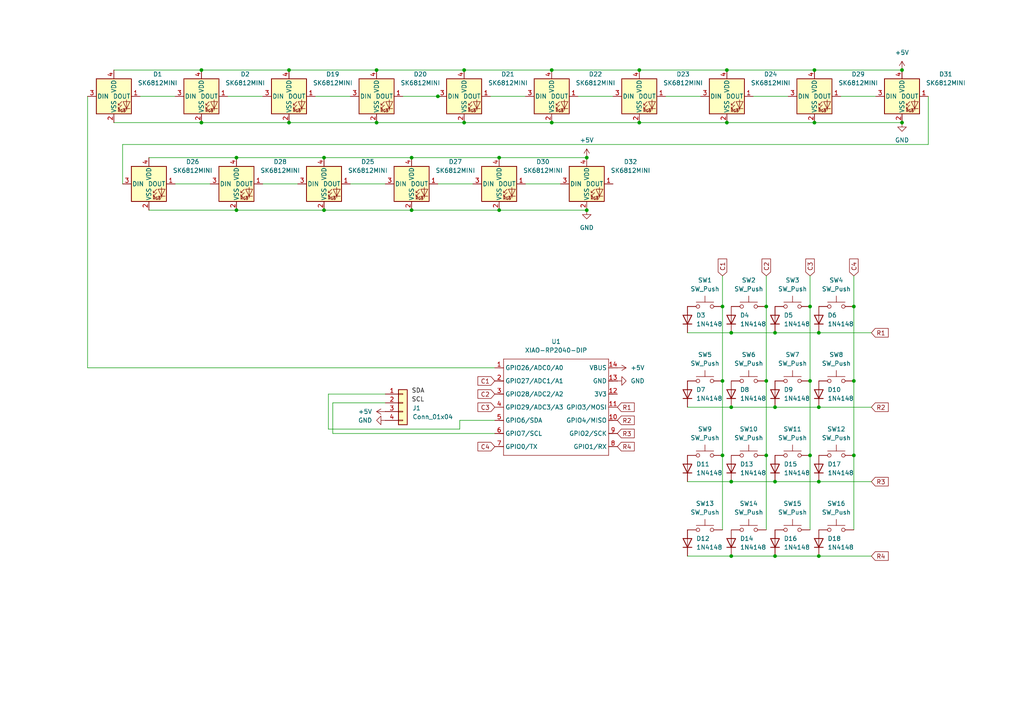
<source format=kicad_sch>
(kicad_sch
	(version 20250114)
	(generator "eeschema")
	(generator_version "9.0")
	(uuid "efc524e6-3ec3-4432-aca0-441b2096f2ec")
	(paper "A4")
	(lib_symbols
		(symbol "Connector_Generic:Conn_01x04"
			(pin_names
				(offset 1.016)
				(hide yes)
			)
			(exclude_from_sim no)
			(in_bom yes)
			(on_board yes)
			(property "Reference" "J"
				(at 0 5.08 0)
				(effects
					(font
						(size 1.27 1.27)
					)
				)
			)
			(property "Value" "Conn_01x04"
				(at 0 -7.62 0)
				(effects
					(font
						(size 1.27 1.27)
					)
				)
			)
			(property "Footprint" ""
				(at 0 0 0)
				(effects
					(font
						(size 1.27 1.27)
					)
					(hide yes)
				)
			)
			(property "Datasheet" "~"
				(at 0 0 0)
				(effects
					(font
						(size 1.27 1.27)
					)
					(hide yes)
				)
			)
			(property "Description" "Generic connector, single row, 01x04, script generated (kicad-library-utils/schlib/autogen/connector/)"
				(at 0 0 0)
				(effects
					(font
						(size 1.27 1.27)
					)
					(hide yes)
				)
			)
			(property "ki_keywords" "connector"
				(at 0 0 0)
				(effects
					(font
						(size 1.27 1.27)
					)
					(hide yes)
				)
			)
			(property "ki_fp_filters" "Connector*:*_1x??_*"
				(at 0 0 0)
				(effects
					(font
						(size 1.27 1.27)
					)
					(hide yes)
				)
			)
			(symbol "Conn_01x04_1_1"
				(rectangle
					(start -1.27 3.81)
					(end 1.27 -6.35)
					(stroke
						(width 0.254)
						(type default)
					)
					(fill
						(type background)
					)
				)
				(rectangle
					(start -1.27 2.667)
					(end 0 2.413)
					(stroke
						(width 0.1524)
						(type default)
					)
					(fill
						(type none)
					)
				)
				(rectangle
					(start -1.27 0.127)
					(end 0 -0.127)
					(stroke
						(width 0.1524)
						(type default)
					)
					(fill
						(type none)
					)
				)
				(rectangle
					(start -1.27 -2.413)
					(end 0 -2.667)
					(stroke
						(width 0.1524)
						(type default)
					)
					(fill
						(type none)
					)
				)
				(rectangle
					(start -1.27 -4.953)
					(end 0 -5.207)
					(stroke
						(width 0.1524)
						(type default)
					)
					(fill
						(type none)
					)
				)
				(pin passive line
					(at -5.08 2.54 0)
					(length 3.81)
					(name "Pin_1"
						(effects
							(font
								(size 1.27 1.27)
							)
						)
					)
					(number "1"
						(effects
							(font
								(size 1.27 1.27)
							)
						)
					)
				)
				(pin passive line
					(at -5.08 0 0)
					(length 3.81)
					(name "Pin_2"
						(effects
							(font
								(size 1.27 1.27)
							)
						)
					)
					(number "2"
						(effects
							(font
								(size 1.27 1.27)
							)
						)
					)
				)
				(pin passive line
					(at -5.08 -2.54 0)
					(length 3.81)
					(name "Pin_3"
						(effects
							(font
								(size 1.27 1.27)
							)
						)
					)
					(number "3"
						(effects
							(font
								(size 1.27 1.27)
							)
						)
					)
				)
				(pin passive line
					(at -5.08 -5.08 0)
					(length 3.81)
					(name "Pin_4"
						(effects
							(font
								(size 1.27 1.27)
							)
						)
					)
					(number "4"
						(effects
							(font
								(size 1.27 1.27)
							)
						)
					)
				)
			)
			(embedded_fonts no)
		)
		(symbol "Diode:1N4148"
			(pin_numbers
				(hide yes)
			)
			(pin_names
				(hide yes)
			)
			(exclude_from_sim no)
			(in_bom yes)
			(on_board yes)
			(property "Reference" "D"
				(at 0 2.54 0)
				(effects
					(font
						(size 1.27 1.27)
					)
				)
			)
			(property "Value" "1N4148"
				(at 0 -2.54 0)
				(effects
					(font
						(size 1.27 1.27)
					)
				)
			)
			(property "Footprint" "Diode_THT:D_DO-35_SOD27_P7.62mm_Horizontal"
				(at 0 0 0)
				(effects
					(font
						(size 1.27 1.27)
					)
					(hide yes)
				)
			)
			(property "Datasheet" "https://assets.nexperia.com/documents/data-sheet/1N4148_1N4448.pdf"
				(at 0 0 0)
				(effects
					(font
						(size 1.27 1.27)
					)
					(hide yes)
				)
			)
			(property "Description" "100V 0.15A standard switching diode, DO-35"
				(at 0 0 0)
				(effects
					(font
						(size 1.27 1.27)
					)
					(hide yes)
				)
			)
			(property "Sim.Device" "D"
				(at 0 0 0)
				(effects
					(font
						(size 1.27 1.27)
					)
					(hide yes)
				)
			)
			(property "Sim.Pins" "1=K 2=A"
				(at 0 0 0)
				(effects
					(font
						(size 1.27 1.27)
					)
					(hide yes)
				)
			)
			(property "ki_keywords" "diode"
				(at 0 0 0)
				(effects
					(font
						(size 1.27 1.27)
					)
					(hide yes)
				)
			)
			(property "ki_fp_filters" "D*DO?35*"
				(at 0 0 0)
				(effects
					(font
						(size 1.27 1.27)
					)
					(hide yes)
				)
			)
			(symbol "1N4148_0_1"
				(polyline
					(pts
						(xy -1.27 1.27) (xy -1.27 -1.27)
					)
					(stroke
						(width 0.254)
						(type default)
					)
					(fill
						(type none)
					)
				)
				(polyline
					(pts
						(xy 1.27 1.27) (xy 1.27 -1.27) (xy -1.27 0) (xy 1.27 1.27)
					)
					(stroke
						(width 0.254)
						(type default)
					)
					(fill
						(type none)
					)
				)
				(polyline
					(pts
						(xy 1.27 0) (xy -1.27 0)
					)
					(stroke
						(width 0)
						(type default)
					)
					(fill
						(type none)
					)
				)
			)
			(symbol "1N4148_1_1"
				(pin passive line
					(at -3.81 0 0)
					(length 2.54)
					(name "K"
						(effects
							(font
								(size 1.27 1.27)
							)
						)
					)
					(number "1"
						(effects
							(font
								(size 1.27 1.27)
							)
						)
					)
				)
				(pin passive line
					(at 3.81 0 180)
					(length 2.54)
					(name "A"
						(effects
							(font
								(size 1.27 1.27)
							)
						)
					)
					(number "2"
						(effects
							(font
								(size 1.27 1.27)
							)
						)
					)
				)
			)
			(embedded_fonts no)
		)
		(symbol "LED:SK6812MINI"
			(pin_names
				(offset 0.254)
			)
			(exclude_from_sim no)
			(in_bom yes)
			(on_board yes)
			(property "Reference" "D"
				(at 5.08 5.715 0)
				(effects
					(font
						(size 1.27 1.27)
					)
					(justify right bottom)
				)
			)
			(property "Value" "SK6812MINI"
				(at 1.27 -5.715 0)
				(effects
					(font
						(size 1.27 1.27)
					)
					(justify left top)
				)
			)
			(property "Footprint" "LED_SMD:LED_SK6812MINI_PLCC4_3.5x3.5mm_P1.75mm"
				(at 1.27 -7.62 0)
				(effects
					(font
						(size 1.27 1.27)
					)
					(justify left top)
					(hide yes)
				)
			)
			(property "Datasheet" "https://cdn-shop.adafruit.com/product-files/2686/SK6812MINI_REV.01-1-2.pdf"
				(at 2.54 -9.525 0)
				(effects
					(font
						(size 1.27 1.27)
					)
					(justify left top)
					(hide yes)
				)
			)
			(property "Description" "RGB LED with integrated controller"
				(at 0 0 0)
				(effects
					(font
						(size 1.27 1.27)
					)
					(hide yes)
				)
			)
			(property "ki_keywords" "RGB LED NeoPixel Mini addressable"
				(at 0 0 0)
				(effects
					(font
						(size 1.27 1.27)
					)
					(hide yes)
				)
			)
			(property "ki_fp_filters" "LED*SK6812MINI*PLCC*3.5x3.5mm*P1.75mm*"
				(at 0 0 0)
				(effects
					(font
						(size 1.27 1.27)
					)
					(hide yes)
				)
			)
			(symbol "SK6812MINI_0_0"
				(text "RGB"
					(at 2.286 -4.191 0)
					(effects
						(font
							(size 0.762 0.762)
						)
					)
				)
			)
			(symbol "SK6812MINI_0_1"
				(polyline
					(pts
						(xy 1.27 -2.54) (xy 1.778 -2.54)
					)
					(stroke
						(width 0)
						(type default)
					)
					(fill
						(type none)
					)
				)
				(polyline
					(pts
						(xy 1.27 -3.556) (xy 1.778 -3.556)
					)
					(stroke
						(width 0)
						(type default)
					)
					(fill
						(type none)
					)
				)
				(polyline
					(pts
						(xy 2.286 -1.524) (xy 1.27 -2.54) (xy 1.27 -2.032)
					)
					(stroke
						(width 0)
						(type default)
					)
					(fill
						(type none)
					)
				)
				(polyline
					(pts
						(xy 2.286 -2.54) (xy 1.27 -3.556) (xy 1.27 -3.048)
					)
					(stroke
						(width 0)
						(type default)
					)
					(fill
						(type none)
					)
				)
				(polyline
					(pts
						(xy 3.683 -1.016) (xy 3.683 -3.556) (xy 3.683 -4.064)
					)
					(stroke
						(width 0)
						(type default)
					)
					(fill
						(type none)
					)
				)
				(polyline
					(pts
						(xy 4.699 -1.524) (xy 2.667 -1.524) (xy 3.683 -3.556) (xy 4.699 -1.524)
					)
					(stroke
						(width 0)
						(type default)
					)
					(fill
						(type none)
					)
				)
				(polyline
					(pts
						(xy 4.699 -3.556) (xy 2.667 -3.556)
					)
					(stroke
						(width 0)
						(type default)
					)
					(fill
						(type none)
					)
				)
				(rectangle
					(start 5.08 5.08)
					(end -5.08 -5.08)
					(stroke
						(width 0.254)
						(type default)
					)
					(fill
						(type background)
					)
				)
			)
			(symbol "SK6812MINI_1_1"
				(pin input line
					(at -7.62 0 0)
					(length 2.54)
					(name "DIN"
						(effects
							(font
								(size 1.27 1.27)
							)
						)
					)
					(number "3"
						(effects
							(font
								(size 1.27 1.27)
							)
						)
					)
				)
				(pin power_in line
					(at 0 7.62 270)
					(length 2.54)
					(name "VDD"
						(effects
							(font
								(size 1.27 1.27)
							)
						)
					)
					(number "4"
						(effects
							(font
								(size 1.27 1.27)
							)
						)
					)
				)
				(pin power_in line
					(at 0 -7.62 90)
					(length 2.54)
					(name "VSS"
						(effects
							(font
								(size 1.27 1.27)
							)
						)
					)
					(number "2"
						(effects
							(font
								(size 1.27 1.27)
							)
						)
					)
				)
				(pin output line
					(at 7.62 0 180)
					(length 2.54)
					(name "DOUT"
						(effects
							(font
								(size 1.27 1.27)
							)
						)
					)
					(number "1"
						(effects
							(font
								(size 1.27 1.27)
							)
						)
					)
				)
			)
			(embedded_fonts no)
		)
		(symbol "OPL Library:XIAO-RP2040-DIP"
			(exclude_from_sim no)
			(in_bom yes)
			(on_board yes)
			(property "Reference" "U"
				(at 0 0 0)
				(effects
					(font
						(size 1.27 1.27)
					)
				)
			)
			(property "Value" "XIAO-RP2040-DIP"
				(at 5.334 -1.778 0)
				(effects
					(font
						(size 1.27 1.27)
					)
				)
			)
			(property "Footprint" "Module:MOUDLE14P-XIAO-DIP-SMD"
				(at 14.478 -32.258 0)
				(effects
					(font
						(size 1.27 1.27)
					)
					(hide yes)
				)
			)
			(property "Datasheet" ""
				(at 0 0 0)
				(effects
					(font
						(size 1.27 1.27)
					)
					(hide yes)
				)
			)
			(property "Description" ""
				(at 0 0 0)
				(effects
					(font
						(size 1.27 1.27)
					)
					(hide yes)
				)
			)
			(symbol "XIAO-RP2040-DIP_1_0"
				(polyline
					(pts
						(xy -1.27 -2.54) (xy 29.21 -2.54)
					)
					(stroke
						(width 0.1524)
						(type solid)
					)
					(fill
						(type none)
					)
				)
				(polyline
					(pts
						(xy -1.27 -5.08) (xy -2.54 -5.08)
					)
					(stroke
						(width 0.1524)
						(type solid)
					)
					(fill
						(type none)
					)
				)
				(polyline
					(pts
						(xy -1.27 -5.08) (xy -1.27 -2.54)
					)
					(stroke
						(width 0.1524)
						(type solid)
					)
					(fill
						(type none)
					)
				)
				(polyline
					(pts
						(xy -1.27 -8.89) (xy -2.54 -8.89)
					)
					(stroke
						(width 0.1524)
						(type solid)
					)
					(fill
						(type none)
					)
				)
				(polyline
					(pts
						(xy -1.27 -8.89) (xy -1.27 -5.08)
					)
					(stroke
						(width 0.1524)
						(type solid)
					)
					(fill
						(type none)
					)
				)
				(polyline
					(pts
						(xy -1.27 -12.7) (xy -2.54 -12.7)
					)
					(stroke
						(width 0.1524)
						(type solid)
					)
					(fill
						(type none)
					)
				)
				(polyline
					(pts
						(xy -1.27 -12.7) (xy -1.27 -8.89)
					)
					(stroke
						(width 0.1524)
						(type solid)
					)
					(fill
						(type none)
					)
				)
				(polyline
					(pts
						(xy -1.27 -16.51) (xy -2.54 -16.51)
					)
					(stroke
						(width 0.1524)
						(type solid)
					)
					(fill
						(type none)
					)
				)
				(polyline
					(pts
						(xy -1.27 -16.51) (xy -1.27 -12.7)
					)
					(stroke
						(width 0.1524)
						(type solid)
					)
					(fill
						(type none)
					)
				)
				(polyline
					(pts
						(xy -1.27 -20.32) (xy -2.54 -20.32)
					)
					(stroke
						(width 0.1524)
						(type solid)
					)
					(fill
						(type none)
					)
				)
				(polyline
					(pts
						(xy -1.27 -24.13) (xy -2.54 -24.13)
					)
					(stroke
						(width 0.1524)
						(type solid)
					)
					(fill
						(type none)
					)
				)
				(polyline
					(pts
						(xy -1.27 -27.94) (xy -2.54 -27.94)
					)
					(stroke
						(width 0.1524)
						(type solid)
					)
					(fill
						(type none)
					)
				)
				(polyline
					(pts
						(xy -1.27 -30.48) (xy -1.27 -16.51)
					)
					(stroke
						(width 0.1524)
						(type solid)
					)
					(fill
						(type none)
					)
				)
				(polyline
					(pts
						(xy 29.21 -2.54) (xy 29.21 -5.08)
					)
					(stroke
						(width 0.1524)
						(type solid)
					)
					(fill
						(type none)
					)
				)
				(polyline
					(pts
						(xy 29.21 -5.08) (xy 29.21 -8.89)
					)
					(stroke
						(width 0.1524)
						(type solid)
					)
					(fill
						(type none)
					)
				)
				(polyline
					(pts
						(xy 29.21 -8.89) (xy 29.21 -12.7)
					)
					(stroke
						(width 0.1524)
						(type solid)
					)
					(fill
						(type none)
					)
				)
				(polyline
					(pts
						(xy 29.21 -12.7) (xy 29.21 -30.48)
					)
					(stroke
						(width 0.1524)
						(type solid)
					)
					(fill
						(type none)
					)
				)
				(polyline
					(pts
						(xy 29.21 -30.48) (xy -1.27 -30.48)
					)
					(stroke
						(width 0.1524)
						(type solid)
					)
					(fill
						(type none)
					)
				)
				(polyline
					(pts
						(xy 30.48 -5.08) (xy 29.21 -5.08)
					)
					(stroke
						(width 0.1524)
						(type solid)
					)
					(fill
						(type none)
					)
				)
				(polyline
					(pts
						(xy 30.48 -8.89) (xy 29.21 -8.89)
					)
					(stroke
						(width 0.1524)
						(type solid)
					)
					(fill
						(type none)
					)
				)
				(polyline
					(pts
						(xy 30.48 -12.7) (xy 29.21 -12.7)
					)
					(stroke
						(width 0.1524)
						(type solid)
					)
					(fill
						(type none)
					)
				)
				(polyline
					(pts
						(xy 30.48 -16.51) (xy 29.21 -16.51)
					)
					(stroke
						(width 0.1524)
						(type solid)
					)
					(fill
						(type none)
					)
				)
				(polyline
					(pts
						(xy 30.48 -20.32) (xy 29.21 -20.32)
					)
					(stroke
						(width 0.1524)
						(type solid)
					)
					(fill
						(type none)
					)
				)
				(polyline
					(pts
						(xy 30.48 -24.13) (xy 29.21 -24.13)
					)
					(stroke
						(width 0.1524)
						(type solid)
					)
					(fill
						(type none)
					)
				)
				(polyline
					(pts
						(xy 30.48 -27.94) (xy 29.21 -27.94)
					)
					(stroke
						(width 0.1524)
						(type solid)
					)
					(fill
						(type none)
					)
				)
				(pin passive line
					(at -3.81 -5.08 0)
					(length 2.54)
					(name "GPIO26/ADC0/A0"
						(effects
							(font
								(size 1.27 1.27)
							)
						)
					)
					(number "1"
						(effects
							(font
								(size 1.27 1.27)
							)
						)
					)
				)
				(pin passive line
					(at -3.81 -8.89 0)
					(length 2.54)
					(name "GPIO27/ADC1/A1"
						(effects
							(font
								(size 1.27 1.27)
							)
						)
					)
					(number "2"
						(effects
							(font
								(size 1.27 1.27)
							)
						)
					)
				)
				(pin passive line
					(at -3.81 -12.7 0)
					(length 2.54)
					(name "GPIO28/ADC2/A2"
						(effects
							(font
								(size 1.27 1.27)
							)
						)
					)
					(number "3"
						(effects
							(font
								(size 1.27 1.27)
							)
						)
					)
				)
				(pin passive line
					(at -3.81 -16.51 0)
					(length 2.54)
					(name "GPIO29/ADC3/A3"
						(effects
							(font
								(size 1.27 1.27)
							)
						)
					)
					(number "4"
						(effects
							(font
								(size 1.27 1.27)
							)
						)
					)
				)
				(pin passive line
					(at -3.81 -20.32 0)
					(length 2.54)
					(name "GPIO6/SDA"
						(effects
							(font
								(size 1.27 1.27)
							)
						)
					)
					(number "5"
						(effects
							(font
								(size 1.27 1.27)
							)
						)
					)
				)
				(pin passive line
					(at -3.81 -24.13 0)
					(length 2.54)
					(name "GPIO7/SCL"
						(effects
							(font
								(size 1.27 1.27)
							)
						)
					)
					(number "6"
						(effects
							(font
								(size 1.27 1.27)
							)
						)
					)
				)
				(pin passive line
					(at -3.81 -27.94 0)
					(length 2.54)
					(name "GPIO0/TX"
						(effects
							(font
								(size 1.27 1.27)
							)
						)
					)
					(number "7"
						(effects
							(font
								(size 1.27 1.27)
							)
						)
					)
				)
				(pin passive line
					(at 31.75 -5.08 180)
					(length 2.54)
					(name "VBUS"
						(effects
							(font
								(size 1.27 1.27)
							)
						)
					)
					(number "14"
						(effects
							(font
								(size 1.27 1.27)
							)
						)
					)
				)
				(pin passive line
					(at 31.75 -8.89 180)
					(length 2.54)
					(name "GND"
						(effects
							(font
								(size 1.27 1.27)
							)
						)
					)
					(number "13"
						(effects
							(font
								(size 1.27 1.27)
							)
						)
					)
				)
				(pin passive line
					(at 31.75 -12.7 180)
					(length 2.54)
					(name "3V3"
						(effects
							(font
								(size 1.27 1.27)
							)
						)
					)
					(number "12"
						(effects
							(font
								(size 1.27 1.27)
							)
						)
					)
				)
				(pin passive line
					(at 31.75 -16.51 180)
					(length 2.54)
					(name "GPIO3/MOSI"
						(effects
							(font
								(size 1.27 1.27)
							)
						)
					)
					(number "11"
						(effects
							(font
								(size 1.27 1.27)
							)
						)
					)
				)
				(pin passive line
					(at 31.75 -20.32 180)
					(length 2.54)
					(name "GPIO4/MISO"
						(effects
							(font
								(size 1.27 1.27)
							)
						)
					)
					(number "10"
						(effects
							(font
								(size 1.27 1.27)
							)
						)
					)
				)
				(pin passive line
					(at 31.75 -24.13 180)
					(length 2.54)
					(name "GPIO2/SCK"
						(effects
							(font
								(size 1.27 1.27)
							)
						)
					)
					(number "9"
						(effects
							(font
								(size 1.27 1.27)
							)
						)
					)
				)
				(pin passive line
					(at 31.75 -27.94 180)
					(length 2.54)
					(name "GPIO1/RX"
						(effects
							(font
								(size 1.27 1.27)
							)
						)
					)
					(number "8"
						(effects
							(font
								(size 1.27 1.27)
							)
						)
					)
				)
			)
			(embedded_fonts no)
		)
		(symbol "Switch:SW_Push"
			(pin_numbers
				(hide yes)
			)
			(pin_names
				(offset 1.016)
				(hide yes)
			)
			(exclude_from_sim no)
			(in_bom yes)
			(on_board yes)
			(property "Reference" "SW"
				(at 1.27 2.54 0)
				(effects
					(font
						(size 1.27 1.27)
					)
					(justify left)
				)
			)
			(property "Value" "SW_Push"
				(at 0 -1.524 0)
				(effects
					(font
						(size 1.27 1.27)
					)
				)
			)
			(property "Footprint" ""
				(at 0 5.08 0)
				(effects
					(font
						(size 1.27 1.27)
					)
					(hide yes)
				)
			)
			(property "Datasheet" "~"
				(at 0 5.08 0)
				(effects
					(font
						(size 1.27 1.27)
					)
					(hide yes)
				)
			)
			(property "Description" "Push button switch, generic, two pins"
				(at 0 0 0)
				(effects
					(font
						(size 1.27 1.27)
					)
					(hide yes)
				)
			)
			(property "ki_keywords" "switch normally-open pushbutton push-button"
				(at 0 0 0)
				(effects
					(font
						(size 1.27 1.27)
					)
					(hide yes)
				)
			)
			(symbol "SW_Push_0_1"
				(circle
					(center -2.032 0)
					(radius 0.508)
					(stroke
						(width 0)
						(type default)
					)
					(fill
						(type none)
					)
				)
				(polyline
					(pts
						(xy 0 1.27) (xy 0 3.048)
					)
					(stroke
						(width 0)
						(type default)
					)
					(fill
						(type none)
					)
				)
				(circle
					(center 2.032 0)
					(radius 0.508)
					(stroke
						(width 0)
						(type default)
					)
					(fill
						(type none)
					)
				)
				(polyline
					(pts
						(xy 2.54 1.27) (xy -2.54 1.27)
					)
					(stroke
						(width 0)
						(type default)
					)
					(fill
						(type none)
					)
				)
				(pin passive line
					(at -5.08 0 0)
					(length 2.54)
					(name "1"
						(effects
							(font
								(size 1.27 1.27)
							)
						)
					)
					(number "1"
						(effects
							(font
								(size 1.27 1.27)
							)
						)
					)
				)
				(pin passive line
					(at 5.08 0 180)
					(length 2.54)
					(name "2"
						(effects
							(font
								(size 1.27 1.27)
							)
						)
					)
					(number "2"
						(effects
							(font
								(size 1.27 1.27)
							)
						)
					)
				)
			)
			(embedded_fonts no)
		)
		(symbol "power:+5V"
			(power)
			(pin_numbers
				(hide yes)
			)
			(pin_names
				(offset 0)
				(hide yes)
			)
			(exclude_from_sim no)
			(in_bom yes)
			(on_board yes)
			(property "Reference" "#PWR"
				(at 0 -3.81 0)
				(effects
					(font
						(size 1.27 1.27)
					)
					(hide yes)
				)
			)
			(property "Value" "+5V"
				(at 0 3.556 0)
				(effects
					(font
						(size 1.27 1.27)
					)
				)
			)
			(property "Footprint" ""
				(at 0 0 0)
				(effects
					(font
						(size 1.27 1.27)
					)
					(hide yes)
				)
			)
			(property "Datasheet" ""
				(at 0 0 0)
				(effects
					(font
						(size 1.27 1.27)
					)
					(hide yes)
				)
			)
			(property "Description" "Power symbol creates a global label with name \"+5V\""
				(at 0 0 0)
				(effects
					(font
						(size 1.27 1.27)
					)
					(hide yes)
				)
			)
			(property "ki_keywords" "global power"
				(at 0 0 0)
				(effects
					(font
						(size 1.27 1.27)
					)
					(hide yes)
				)
			)
			(symbol "+5V_0_1"
				(polyline
					(pts
						(xy -0.762 1.27) (xy 0 2.54)
					)
					(stroke
						(width 0)
						(type default)
					)
					(fill
						(type none)
					)
				)
				(polyline
					(pts
						(xy 0 2.54) (xy 0.762 1.27)
					)
					(stroke
						(width 0)
						(type default)
					)
					(fill
						(type none)
					)
				)
				(polyline
					(pts
						(xy 0 0) (xy 0 2.54)
					)
					(stroke
						(width 0)
						(type default)
					)
					(fill
						(type none)
					)
				)
			)
			(symbol "+5V_1_1"
				(pin power_in line
					(at 0 0 90)
					(length 0)
					(name "~"
						(effects
							(font
								(size 1.27 1.27)
							)
						)
					)
					(number "1"
						(effects
							(font
								(size 1.27 1.27)
							)
						)
					)
				)
			)
			(embedded_fonts no)
		)
		(symbol "power:GND"
			(power)
			(pin_numbers
				(hide yes)
			)
			(pin_names
				(offset 0)
				(hide yes)
			)
			(exclude_from_sim no)
			(in_bom yes)
			(on_board yes)
			(property "Reference" "#PWR"
				(at 0 -6.35 0)
				(effects
					(font
						(size 1.27 1.27)
					)
					(hide yes)
				)
			)
			(property "Value" "GND"
				(at 0 -3.81 0)
				(effects
					(font
						(size 1.27 1.27)
					)
				)
			)
			(property "Footprint" ""
				(at 0 0 0)
				(effects
					(font
						(size 1.27 1.27)
					)
					(hide yes)
				)
			)
			(property "Datasheet" ""
				(at 0 0 0)
				(effects
					(font
						(size 1.27 1.27)
					)
					(hide yes)
				)
			)
			(property "Description" "Power symbol creates a global label with name \"GND\" , ground"
				(at 0 0 0)
				(effects
					(font
						(size 1.27 1.27)
					)
					(hide yes)
				)
			)
			(property "ki_keywords" "global power"
				(at 0 0 0)
				(effects
					(font
						(size 1.27 1.27)
					)
					(hide yes)
				)
			)
			(symbol "GND_0_1"
				(polyline
					(pts
						(xy 0 0) (xy 0 -1.27) (xy 1.27 -1.27) (xy 0 -2.54) (xy -1.27 -1.27) (xy 0 -1.27)
					)
					(stroke
						(width 0)
						(type default)
					)
					(fill
						(type none)
					)
				)
			)
			(symbol "GND_1_1"
				(pin power_in line
					(at 0 0 270)
					(length 0)
					(name "~"
						(effects
							(font
								(size 1.27 1.27)
							)
						)
					)
					(number "1"
						(effects
							(font
								(size 1.27 1.27)
							)
						)
					)
				)
			)
			(embedded_fonts no)
		)
	)
	(junction
		(at 209.55 110.49)
		(diameter 0)
		(color 0 0 0 0)
		(uuid "06a62857-1dcf-4109-8247-e2a7f59d4bce")
	)
	(junction
		(at 93.98 45.72)
		(diameter 0)
		(color 0 0 0 0)
		(uuid "09dc04e7-70e1-487a-a538-83910dd0c35a")
	)
	(junction
		(at 58.42 20.32)
		(diameter 0)
		(color 0 0 0 0)
		(uuid "127dc681-939f-4853-8e62-5d952d4b00fe")
	)
	(junction
		(at 224.79 96.52)
		(diameter 0)
		(color 0 0 0 0)
		(uuid "1760aebd-3231-47f9-a146-4dce9862a166")
	)
	(junction
		(at 170.18 60.96)
		(diameter 0)
		(color 0 0 0 0)
		(uuid "1a36503e-7a3b-4a62-9b56-5ac6782525f4")
	)
	(junction
		(at 127 27.94)
		(diameter 0)
		(color 0 0 0 0)
		(uuid "1cad9c67-1f76-4ef1-af4a-2b9b6f3b348d")
	)
	(junction
		(at 261.62 20.32)
		(diameter 0)
		(color 0 0 0 0)
		(uuid "1e554639-de1a-4d1d-82ad-32eb7562587b")
	)
	(junction
		(at 119.38 45.72)
		(diameter 0)
		(color 0 0 0 0)
		(uuid "1f7320dd-c8b6-41aa-960f-010c9d12fdae")
	)
	(junction
		(at 58.42 35.56)
		(diameter 0)
		(color 0 0 0 0)
		(uuid "1fdb6e42-e37e-4387-8e5c-07d731527ee1")
	)
	(junction
		(at 222.25 132.08)
		(diameter 0)
		(color 0 0 0 0)
		(uuid "24182d1a-703d-4592-b3ce-efcbc455cc7e")
	)
	(junction
		(at 212.09 118.11)
		(diameter 0)
		(color 0 0 0 0)
		(uuid "25a6c1da-b53e-4ed8-8e7b-ed7737b2c28d")
	)
	(junction
		(at 224.79 118.11)
		(diameter 0)
		(color 0 0 0 0)
		(uuid "25d23340-1af9-4fbf-9e36-c468ad0eaffe")
	)
	(junction
		(at 93.98 60.96)
		(diameter 0)
		(color 0 0 0 0)
		(uuid "2776abaf-d0bc-4eb0-a4be-9a7f39b9b48b")
	)
	(junction
		(at 109.22 35.56)
		(diameter 0)
		(color 0 0 0 0)
		(uuid "333d0e94-5158-4a04-9f0b-6386faeabf25")
	)
	(junction
		(at 234.95 110.49)
		(diameter 0)
		(color 0 0 0 0)
		(uuid "34fee006-b033-4d77-9c7d-89eb02b56fb9")
	)
	(junction
		(at 185.42 35.56)
		(diameter 0)
		(color 0 0 0 0)
		(uuid "3f9e77bd-2b60-4982-ad26-c92fee9ab8fa")
	)
	(junction
		(at 209.55 132.08)
		(diameter 0)
		(color 0 0 0 0)
		(uuid "4ad857c9-7859-4513-a12b-e3dd3ce05695")
	)
	(junction
		(at 224.79 139.7)
		(diameter 0)
		(color 0 0 0 0)
		(uuid "4c41e1dc-3cd2-4b12-bc57-40d3b7f53318")
	)
	(junction
		(at 68.58 60.96)
		(diameter 0)
		(color 0 0 0 0)
		(uuid "4d39e3cb-89fb-4304-bccb-4207c52d3b33")
	)
	(junction
		(at 222.25 88.9)
		(diameter 0)
		(color 0 0 0 0)
		(uuid "51706d1e-b623-48ae-b2fe-07bfca18d32b")
	)
	(junction
		(at 212.09 139.7)
		(diameter 0)
		(color 0 0 0 0)
		(uuid "598714e8-182c-4359-9195-402af48c7f21")
	)
	(junction
		(at 134.62 35.56)
		(diameter 0)
		(color 0 0 0 0)
		(uuid "5b244ee8-628f-4ceb-94a1-524fcfefef5d")
	)
	(junction
		(at 212.09 96.52)
		(diameter 0)
		(color 0 0 0 0)
		(uuid "62e9e885-dc47-48cf-aefa-5356c6d1fbe5")
	)
	(junction
		(at 170.18 45.72)
		(diameter 0)
		(color 0 0 0 0)
		(uuid "630f1b49-cc40-4520-8946-390f5d637fba")
	)
	(junction
		(at 144.78 45.72)
		(diameter 0)
		(color 0 0 0 0)
		(uuid "63766b50-dd0c-4da1-b689-4bb3ba4d13b4")
	)
	(junction
		(at 222.25 110.49)
		(diameter 0)
		(color 0 0 0 0)
		(uuid "6fdafa47-54b3-464b-86e9-21179bfa8440")
	)
	(junction
		(at 83.82 20.32)
		(diameter 0)
		(color 0 0 0 0)
		(uuid "70a9d6d5-355c-4782-8dd3-08ce6989df7f")
	)
	(junction
		(at 234.95 88.9)
		(diameter 0)
		(color 0 0 0 0)
		(uuid "7936e608-ae2b-4887-82d5-10ef7a391a0e")
	)
	(junction
		(at 119.38 60.96)
		(diameter 0)
		(color 0 0 0 0)
		(uuid "7d149f2f-25a8-4a39-98da-6e5d271826d9")
	)
	(junction
		(at 209.55 88.9)
		(diameter 0)
		(color 0 0 0 0)
		(uuid "7e9800f7-e5dc-4b87-82d4-88b626323b7d")
	)
	(junction
		(at 68.58 45.72)
		(diameter 0)
		(color 0 0 0 0)
		(uuid "97a6f1e5-4761-40c7-984f-60ab9bf50ca0")
	)
	(junction
		(at 236.22 35.56)
		(diameter 0)
		(color 0 0 0 0)
		(uuid "a078fe5f-7414-48c7-9780-250165e09de4")
	)
	(junction
		(at 185.42 20.32)
		(diameter 0)
		(color 0 0 0 0)
		(uuid "a0941e9c-59b4-4585-8e75-420ebcfd4710")
	)
	(junction
		(at 109.22 20.32)
		(diameter 0)
		(color 0 0 0 0)
		(uuid "a47119bc-30e8-4b2e-af83-8e168285af2c")
	)
	(junction
		(at 212.09 161.29)
		(diameter 0)
		(color 0 0 0 0)
		(uuid "a5a0b631-a233-408b-a00a-46b00dd3de70")
	)
	(junction
		(at 210.82 20.32)
		(diameter 0)
		(color 0 0 0 0)
		(uuid "a6c42d0d-5c3b-4a0b-a83d-77c550779f9d")
	)
	(junction
		(at 261.62 35.56)
		(diameter 0)
		(color 0 0 0 0)
		(uuid "af67f9ae-2be9-4c92-8d14-b9607c7fb5dc")
	)
	(junction
		(at 160.02 35.56)
		(diameter 0)
		(color 0 0 0 0)
		(uuid "b347fa5b-71cd-434b-b3f7-8501ef3d6872")
	)
	(junction
		(at 237.49 139.7)
		(diameter 0)
		(color 0 0 0 0)
		(uuid "b8fe98af-75eb-4a72-ab02-7bb4a480f026")
	)
	(junction
		(at 234.95 132.08)
		(diameter 0)
		(color 0 0 0 0)
		(uuid "c56f94da-55d4-4cc9-9f57-bde3ff043d60")
	)
	(junction
		(at 224.79 161.29)
		(diameter 0)
		(color 0 0 0 0)
		(uuid "c664cb1d-390b-48f1-b9df-b4a209bae6af")
	)
	(junction
		(at 247.65 110.49)
		(diameter 0)
		(color 0 0 0 0)
		(uuid "c9f4db92-5403-406c-aa8a-6e6cd5c27d2f")
	)
	(junction
		(at 134.62 20.32)
		(diameter 0)
		(color 0 0 0 0)
		(uuid "ca91e013-41f6-4131-99db-25cda496eea6")
	)
	(junction
		(at 210.82 35.56)
		(diameter 0)
		(color 0 0 0 0)
		(uuid "d1f4f5eb-4b18-465e-b51a-26219392a83d")
	)
	(junction
		(at 237.49 118.11)
		(diameter 0)
		(color 0 0 0 0)
		(uuid "d2b52bb0-4d4a-4752-82e8-1bd8e831d388")
	)
	(junction
		(at 160.02 20.32)
		(diameter 0)
		(color 0 0 0 0)
		(uuid "d4caf781-3f15-454f-ac07-bbfd9a2bdb56")
	)
	(junction
		(at 237.49 161.29)
		(diameter 0)
		(color 0 0 0 0)
		(uuid "dc22970b-e148-4b62-a3c4-5667fcc6d632")
	)
	(junction
		(at 83.82 35.56)
		(diameter 0)
		(color 0 0 0 0)
		(uuid "de097996-b177-4bc4-93cf-f9344a9c4c32")
	)
	(junction
		(at 247.65 132.08)
		(diameter 0)
		(color 0 0 0 0)
		(uuid "e72cb4f1-8104-4523-9a16-a98b923bb5dd")
	)
	(junction
		(at 144.78 60.96)
		(diameter 0)
		(color 0 0 0 0)
		(uuid "ea8dd619-8a53-414d-b034-721d81a93596")
	)
	(junction
		(at 236.22 20.32)
		(diameter 0)
		(color 0 0 0 0)
		(uuid "ee374f23-4476-4774-815b-3dc05a8c4cc6")
	)
	(junction
		(at 237.49 96.52)
		(diameter 0)
		(color 0 0 0 0)
		(uuid "f4491ce5-7aa9-43ff-a1eb-392af7742e7d")
	)
	(junction
		(at 247.65 88.9)
		(diameter 0)
		(color 0 0 0 0)
		(uuid "fe118bd4-eeeb-4e85-a3f6-1820a984dd0c")
	)
	(wire
		(pts
			(xy 210.82 35.56) (xy 236.22 35.56)
		)
		(stroke
			(width 0)
			(type default)
		)
		(uuid "048500e5-616f-4c15-a280-01cd96393e30")
	)
	(wire
		(pts
			(xy 234.95 88.9) (xy 234.95 110.49)
		)
		(stroke
			(width 0)
			(type default)
		)
		(uuid "0844797f-1662-4ec5-aada-e8fc4fe6f192")
	)
	(wire
		(pts
			(xy 199.39 118.11) (xy 212.09 118.11)
		)
		(stroke
			(width 0)
			(type default)
		)
		(uuid "0af2e928-fa0e-452f-8c98-a34e90db6841")
	)
	(wire
		(pts
			(xy 93.98 60.96) (xy 119.38 60.96)
		)
		(stroke
			(width 0)
			(type default)
		)
		(uuid "0b10e1fe-07f2-40b1-88d4-ff364d1554f1")
	)
	(wire
		(pts
			(xy 222.25 80.01) (xy 222.25 88.9)
		)
		(stroke
			(width 0)
			(type default)
		)
		(uuid "0bbc2ad4-5a5d-4ddc-b51c-9ac26051c4db")
	)
	(wire
		(pts
			(xy 40.64 27.94) (xy 50.8 27.94)
		)
		(stroke
			(width 0)
			(type default)
		)
		(uuid "0f6cf6c4-136d-4510-9a12-f29d6bfde92c")
	)
	(wire
		(pts
			(xy 193.04 27.94) (xy 203.2 27.94)
		)
		(stroke
			(width 0)
			(type default)
		)
		(uuid "1020c892-1ee3-463f-850a-69fe75878b7d")
	)
	(wire
		(pts
			(xy 109.22 35.56) (xy 134.62 35.56)
		)
		(stroke
			(width 0)
			(type default)
		)
		(uuid "1583f075-1b00-40f7-ba11-ba9323477567")
	)
	(wire
		(pts
			(xy 237.49 118.11) (xy 252.73 118.11)
		)
		(stroke
			(width 0)
			(type default)
		)
		(uuid "16e57e0b-3573-4493-a3ac-4d52f3c235fa")
	)
	(wire
		(pts
			(xy 134.62 35.56) (xy 160.02 35.56)
		)
		(stroke
			(width 0)
			(type default)
		)
		(uuid "182fc656-edfb-4632-9a39-59bd529ff556")
	)
	(wire
		(pts
			(xy 236.22 35.56) (xy 261.62 35.56)
		)
		(stroke
			(width 0)
			(type default)
		)
		(uuid "189e00d4-b409-4c95-b198-69ef9d7e036c")
	)
	(wire
		(pts
			(xy 76.2 53.34) (xy 86.36 53.34)
		)
		(stroke
			(width 0)
			(type default)
		)
		(uuid "19b5439e-a10c-4241-a0e8-a1358497e5a3")
	)
	(wire
		(pts
			(xy 66.04 27.94) (xy 76.2 27.94)
		)
		(stroke
			(width 0)
			(type default)
		)
		(uuid "1b52b538-c921-4336-8068-562e4a9170dc")
	)
	(wire
		(pts
			(xy 96.52 125.73) (xy 143.51 125.73)
		)
		(stroke
			(width 0)
			(type default)
		)
		(uuid "1c02325b-011b-4598-8c84-18985706c8a4")
	)
	(wire
		(pts
			(xy 119.38 45.72) (xy 144.78 45.72)
		)
		(stroke
			(width 0)
			(type default)
		)
		(uuid "20dd879f-493e-4e82-8369-40f79004f1f3")
	)
	(wire
		(pts
			(xy 143.51 106.68) (xy 25.4 106.68)
		)
		(stroke
			(width 0)
			(type default)
		)
		(uuid "29000b23-9b74-41e5-a155-4675b88e0ae0")
	)
	(wire
		(pts
			(xy 116.84 27.94) (xy 127 27.94)
		)
		(stroke
			(width 0)
			(type default)
		)
		(uuid "29c011b5-ae34-4b82-b33f-2cfc90ff565c")
	)
	(wire
		(pts
			(xy 83.82 35.56) (xy 109.22 35.56)
		)
		(stroke
			(width 0)
			(type default)
		)
		(uuid "2ab1952c-0ded-4431-9b3f-58aa0617ba73")
	)
	(wire
		(pts
			(xy 68.58 60.96) (xy 93.98 60.96)
		)
		(stroke
			(width 0)
			(type default)
		)
		(uuid "2fa96cc8-b36a-4ac2-ae70-20788c8632bf")
	)
	(wire
		(pts
			(xy 133.35 124.46) (xy 133.35 121.92)
		)
		(stroke
			(width 0)
			(type default)
		)
		(uuid "30470334-d6db-4f70-8798-625ad476ec28")
	)
	(wire
		(pts
			(xy 160.02 20.32) (xy 185.42 20.32)
		)
		(stroke
			(width 0)
			(type default)
		)
		(uuid "30e0450a-ee18-457f-837f-123ec9e31424")
	)
	(wire
		(pts
			(xy 224.79 139.7) (xy 237.49 139.7)
		)
		(stroke
			(width 0)
			(type default)
		)
		(uuid "331152a3-ad1b-4def-addb-3ed32cebb0f1")
	)
	(wire
		(pts
			(xy 91.44 27.94) (xy 101.6 27.94)
		)
		(stroke
			(width 0)
			(type default)
		)
		(uuid "3b851e4b-d47d-4073-a2b5-701944916bc2")
	)
	(wire
		(pts
			(xy 199.39 139.7) (xy 212.09 139.7)
		)
		(stroke
			(width 0)
			(type default)
		)
		(uuid "3c02885b-4705-4c98-b171-841e48e221fa")
	)
	(wire
		(pts
			(xy 133.35 121.92) (xy 143.51 121.92)
		)
		(stroke
			(width 0)
			(type default)
		)
		(uuid "442e62c1-f9c1-4d12-b7ef-34768e1ece01")
	)
	(wire
		(pts
			(xy 212.09 96.52) (xy 224.79 96.52)
		)
		(stroke
			(width 0)
			(type default)
		)
		(uuid "45a997bf-21e2-4cda-ac98-fef9b8eb1bec")
	)
	(wire
		(pts
			(xy 224.79 96.52) (xy 237.49 96.52)
		)
		(stroke
			(width 0)
			(type default)
		)
		(uuid "48c243f8-dd52-4597-a6d6-593578fd6ddf")
	)
	(wire
		(pts
			(xy 35.56 41.91) (xy 35.56 53.34)
		)
		(stroke
			(width 0)
			(type default)
		)
		(uuid "4b269a3e-6894-4d16-8573-ac865b63c3a4")
	)
	(wire
		(pts
			(xy 109.22 20.32) (xy 134.62 20.32)
		)
		(stroke
			(width 0)
			(type default)
		)
		(uuid "4d620bdf-e87f-4425-a15e-78a86caa40e5")
	)
	(wire
		(pts
			(xy 33.02 35.56) (xy 58.42 35.56)
		)
		(stroke
			(width 0)
			(type default)
		)
		(uuid "4f5e4634-d752-4dd5-b16d-5d8092fc3f75")
	)
	(wire
		(pts
			(xy 212.09 118.11) (xy 224.79 118.11)
		)
		(stroke
			(width 0)
			(type default)
		)
		(uuid "4fe8f1e4-dd8f-46b6-acb9-238fcc78782c")
	)
	(wire
		(pts
			(xy 111.76 114.3) (xy 95.25 114.3)
		)
		(stroke
			(width 0)
			(type default)
		)
		(uuid "50c534e3-0b66-40ca-9082-5704b880b6c9")
	)
	(wire
		(pts
			(xy 43.18 60.96) (xy 68.58 60.96)
		)
		(stroke
			(width 0)
			(type default)
		)
		(uuid "54119f53-50db-4ab1-9b1a-eb73fd63685a")
	)
	(wire
		(pts
			(xy 212.09 139.7) (xy 224.79 139.7)
		)
		(stroke
			(width 0)
			(type default)
		)
		(uuid "553902bf-093e-459b-8621-beeb362d698d")
	)
	(wire
		(pts
			(xy 209.55 132.08) (xy 209.55 153.67)
		)
		(stroke
			(width 0)
			(type default)
		)
		(uuid "554b8304-d59a-436c-9b71-6a29c3d27f80")
	)
	(wire
		(pts
			(xy 210.82 20.32) (xy 236.22 20.32)
		)
		(stroke
			(width 0)
			(type default)
		)
		(uuid "559ffb2a-e841-4a6c-8033-21a596369af9")
	)
	(wire
		(pts
			(xy 167.64 27.94) (xy 177.8 27.94)
		)
		(stroke
			(width 0)
			(type default)
		)
		(uuid "5f526ce5-8fb1-44f7-bafa-15b679eb525e")
	)
	(wire
		(pts
			(xy 237.49 161.29) (xy 252.73 161.29)
		)
		(stroke
			(width 0)
			(type default)
		)
		(uuid "60cf915e-d98a-4dd2-ad5d-f4934552edf4")
	)
	(wire
		(pts
			(xy 234.95 80.01) (xy 234.95 88.9)
		)
		(stroke
			(width 0)
			(type default)
		)
		(uuid "63f7e7c7-59cb-475e-9172-bda2071e41b6")
	)
	(wire
		(pts
			(xy 234.95 110.49) (xy 234.95 132.08)
		)
		(stroke
			(width 0)
			(type default)
		)
		(uuid "683f02bd-7f39-471f-9d6f-0ac18314f5b2")
	)
	(wire
		(pts
			(xy 237.49 96.52) (xy 252.73 96.52)
		)
		(stroke
			(width 0)
			(type default)
		)
		(uuid "6c5aa683-0cdd-4f45-9540-f05fafb9af47")
	)
	(wire
		(pts
			(xy 101.6 53.34) (xy 111.76 53.34)
		)
		(stroke
			(width 0)
			(type default)
		)
		(uuid "6d77d361-b809-4c75-90c3-a35274bbdb69")
	)
	(wire
		(pts
			(xy 50.8 53.34) (xy 60.96 53.34)
		)
		(stroke
			(width 0)
			(type default)
		)
		(uuid "6daa9b75-151c-4610-81ff-304ae59f98c2")
	)
	(wire
		(pts
			(xy 199.39 96.52) (xy 212.09 96.52)
		)
		(stroke
			(width 0)
			(type default)
		)
		(uuid "6f80413e-9b99-4a26-8197-4b2422086ec2")
	)
	(wire
		(pts
			(xy 185.42 35.56) (xy 210.82 35.56)
		)
		(stroke
			(width 0)
			(type default)
		)
		(uuid "721eb45d-6bbc-4826-81ae-207b5aec1e2e")
	)
	(wire
		(pts
			(xy 185.42 20.32) (xy 210.82 20.32)
		)
		(stroke
			(width 0)
			(type default)
		)
		(uuid "7a330d37-e527-41ba-88e4-a597a2700343")
	)
	(wire
		(pts
			(xy 119.38 60.96) (xy 144.78 60.96)
		)
		(stroke
			(width 0)
			(type default)
		)
		(uuid "7f49fc1f-e2e5-415a-8420-4f15adb3c3cd")
	)
	(wire
		(pts
			(xy 58.42 35.56) (xy 83.82 35.56)
		)
		(stroke
			(width 0)
			(type default)
		)
		(uuid "7f9646a7-5257-41f6-bf7c-28d25a6ad5ef")
	)
	(wire
		(pts
			(xy 243.84 27.94) (xy 254 27.94)
		)
		(stroke
			(width 0)
			(type default)
		)
		(uuid "8542c429-476d-48b1-9ff8-f04f2e76ca37")
	)
	(wire
		(pts
			(xy 234.95 132.08) (xy 234.95 153.67)
		)
		(stroke
			(width 0)
			(type default)
		)
		(uuid "8fe1d017-0e9f-4067-bf63-69dcfb0edb49")
	)
	(wire
		(pts
			(xy 127 27.94) (xy 128.27 27.94)
		)
		(stroke
			(width 0)
			(type default)
		)
		(uuid "9023f2a8-56a1-4bac-9659-890b99155580")
	)
	(wire
		(pts
			(xy 247.65 110.49) (xy 247.65 132.08)
		)
		(stroke
			(width 0)
			(type default)
		)
		(uuid "9028cd93-c24a-4295-9173-4f544b0ad8ce")
	)
	(wire
		(pts
			(xy 224.79 161.29) (xy 237.49 161.29)
		)
		(stroke
			(width 0)
			(type default)
		)
		(uuid "90aa1192-c396-452f-9fed-92161a6c3be3")
	)
	(wire
		(pts
			(xy 209.55 80.01) (xy 209.55 88.9)
		)
		(stroke
			(width 0)
			(type default)
		)
		(uuid "9104a57f-872f-422a-9745-290ced12817d")
	)
	(wire
		(pts
			(xy 93.98 45.72) (xy 119.38 45.72)
		)
		(stroke
			(width 0)
			(type default)
		)
		(uuid "92459ad7-79ad-4e0a-8f90-39aae32d56de")
	)
	(wire
		(pts
			(xy 95.25 114.3) (xy 95.25 124.46)
		)
		(stroke
			(width 0)
			(type default)
		)
		(uuid "9334d394-2bc8-43e2-8e02-fd2fb8c32389")
	)
	(wire
		(pts
			(xy 209.55 88.9) (xy 209.55 110.49)
		)
		(stroke
			(width 0)
			(type default)
		)
		(uuid "9948bdeb-bd3d-4c25-92b9-5b9b3d62badd")
	)
	(wire
		(pts
			(xy 127 53.34) (xy 137.16 53.34)
		)
		(stroke
			(width 0)
			(type default)
		)
		(uuid "9cdd8dba-9dd9-40a9-9cf9-8d5eb60f4ac2")
	)
	(wire
		(pts
			(xy 152.4 53.34) (xy 162.56 53.34)
		)
		(stroke
			(width 0)
			(type default)
		)
		(uuid "9f1df02e-f8a5-4f30-a618-6ec22dc524f6")
	)
	(wire
		(pts
			(xy 209.55 110.49) (xy 209.55 132.08)
		)
		(stroke
			(width 0)
			(type default)
		)
		(uuid "a8021ba5-c6eb-4000-bf80-700df99e06f9")
	)
	(wire
		(pts
			(xy 43.18 45.72) (xy 68.58 45.72)
		)
		(stroke
			(width 0)
			(type default)
		)
		(uuid "ab6e61c1-6829-46fc-9e10-c20aca7990db")
	)
	(wire
		(pts
			(xy 218.44 27.94) (xy 228.6 27.94)
		)
		(stroke
			(width 0)
			(type default)
		)
		(uuid "ad6947d7-cca9-4952-b87e-ccd11f7e23e2")
	)
	(wire
		(pts
			(xy 247.65 88.9) (xy 247.65 110.49)
		)
		(stroke
			(width 0)
			(type default)
		)
		(uuid "ae53c6df-811e-4f93-a9ae-4c30393bc594")
	)
	(wire
		(pts
			(xy 96.52 116.84) (xy 96.52 125.73)
		)
		(stroke
			(width 0)
			(type default)
		)
		(uuid "afaa0d47-fb05-4fbd-af17-5c790569680b")
	)
	(wire
		(pts
			(xy 269.24 41.91) (xy 35.56 41.91)
		)
		(stroke
			(width 0)
			(type default)
		)
		(uuid "b6165d34-df82-4508-9e80-b3a72f1f0240")
	)
	(wire
		(pts
			(xy 224.79 118.11) (xy 237.49 118.11)
		)
		(stroke
			(width 0)
			(type default)
		)
		(uuid "b6650e9f-f5ee-4359-bca0-8db5ce1047bb")
	)
	(wire
		(pts
			(xy 68.58 45.72) (xy 93.98 45.72)
		)
		(stroke
			(width 0)
			(type default)
		)
		(uuid "b755bcec-465d-4e41-9723-75ecf8f5af69")
	)
	(wire
		(pts
			(xy 144.78 45.72) (xy 170.18 45.72)
		)
		(stroke
			(width 0)
			(type default)
		)
		(uuid "b784f446-699a-43b8-bbf5-8446280301b3")
	)
	(wire
		(pts
			(xy 83.82 20.32) (xy 109.22 20.32)
		)
		(stroke
			(width 0)
			(type default)
		)
		(uuid "bc19d632-d9c7-4ba5-8b11-074e749a0803")
	)
	(wire
		(pts
			(xy 33.02 20.32) (xy 58.42 20.32)
		)
		(stroke
			(width 0)
			(type default)
		)
		(uuid "ca4af28f-4d4d-47b2-bea1-94d623e0b65e")
	)
	(wire
		(pts
			(xy 247.65 132.08) (xy 247.65 153.67)
		)
		(stroke
			(width 0)
			(type default)
		)
		(uuid "cb0f2b30-12a4-49e7-b663-f7b3a13053e4")
	)
	(wire
		(pts
			(xy 222.25 132.08) (xy 222.25 153.67)
		)
		(stroke
			(width 0)
			(type default)
		)
		(uuid "d18e3d97-6a92-4250-aee6-28b9c29fab1a")
	)
	(wire
		(pts
			(xy 269.24 27.94) (xy 269.24 41.91)
		)
		(stroke
			(width 0)
			(type default)
		)
		(uuid "d304c309-8c65-4419-b608-82f3b9f758e4")
	)
	(wire
		(pts
			(xy 134.62 20.32) (xy 160.02 20.32)
		)
		(stroke
			(width 0)
			(type default)
		)
		(uuid "dce33804-decc-490f-84f6-69972b603bfa")
	)
	(wire
		(pts
			(xy 237.49 139.7) (xy 252.73 139.7)
		)
		(stroke
			(width 0)
			(type default)
		)
		(uuid "dd0d23b5-2e78-473e-8555-0ea18d813b01")
	)
	(wire
		(pts
			(xy 160.02 35.56) (xy 185.42 35.56)
		)
		(stroke
			(width 0)
			(type default)
		)
		(uuid "de46fae6-111d-4f33-8f07-4ed813f56ca5")
	)
	(wire
		(pts
			(xy 236.22 20.32) (xy 261.62 20.32)
		)
		(stroke
			(width 0)
			(type default)
		)
		(uuid "dfe06010-cd24-4a40-bff8-a2847147f102")
	)
	(wire
		(pts
			(xy 58.42 20.32) (xy 83.82 20.32)
		)
		(stroke
			(width 0)
			(type default)
		)
		(uuid "e13b737d-fc66-41b1-ab5d-0395f1a30dc3")
	)
	(wire
		(pts
			(xy 199.39 161.29) (xy 212.09 161.29)
		)
		(stroke
			(width 0)
			(type default)
		)
		(uuid "e33febb4-f756-4be3-a726-d24a41d2d8af")
	)
	(wire
		(pts
			(xy 222.25 88.9) (xy 222.25 110.49)
		)
		(stroke
			(width 0)
			(type default)
		)
		(uuid "e3f84aa1-e016-4237-a987-d6383158f1ff")
	)
	(wire
		(pts
			(xy 144.78 60.96) (xy 170.18 60.96)
		)
		(stroke
			(width 0)
			(type default)
		)
		(uuid "e6eba83d-7cf6-4c56-8997-c16c8449763e")
	)
	(wire
		(pts
			(xy 222.25 110.49) (xy 222.25 132.08)
		)
		(stroke
			(width 0)
			(type default)
		)
		(uuid "e9cb7302-56e4-42d8-9875-4bf88cadb063")
	)
	(wire
		(pts
			(xy 111.76 116.84) (xy 96.52 116.84)
		)
		(stroke
			(width 0)
			(type default)
		)
		(uuid "ead9eec1-e381-4363-8eb3-ced6181730fc")
	)
	(wire
		(pts
			(xy 212.09 161.29) (xy 224.79 161.29)
		)
		(stroke
			(width 0)
			(type default)
		)
		(uuid "ebfa32d8-8f25-4413-8ff0-c4df0afe51d5")
	)
	(wire
		(pts
			(xy 95.25 124.46) (xy 133.35 124.46)
		)
		(stroke
			(width 0)
			(type default)
		)
		(uuid "ed754047-fd82-40f9-8310-f0b1c99996e9")
	)
	(wire
		(pts
			(xy 247.65 80.01) (xy 247.65 88.9)
		)
		(stroke
			(width 0)
			(type default)
		)
		(uuid "ede8595c-a21a-48c1-a06b-4780a4f9bce6")
	)
	(wire
		(pts
			(xy 25.4 106.68) (xy 25.4 27.94)
		)
		(stroke
			(width 0)
			(type default)
		)
		(uuid "f41527fc-4bd1-4da7-8eeb-61dbbe8c64be")
	)
	(wire
		(pts
			(xy 142.24 27.94) (xy 152.4 27.94)
		)
		(stroke
			(width 0)
			(type default)
		)
		(uuid "f54320b0-4d6f-4149-8975-ce5ed93a623b")
	)
	(label "SCL"
		(at 119.38 116.84 0)
		(effects
			(font
				(size 1.27 1.27)
			)
			(justify left bottom)
		)
		(uuid "9a4d6b31-2e31-415b-b5ad-d40789e3945d")
	)
	(label "SDA"
		(at 119.38 114.3 0)
		(effects
			(font
				(size 1.27 1.27)
			)
			(justify left bottom)
		)
		(uuid "f20da9d6-a15e-4df9-b3e8-551085f1b395")
	)
	(global_label "C1"
		(shape input)
		(at 143.51 110.49 180)
		(fields_autoplaced yes)
		(effects
			(font
				(size 1.27 1.27)
			)
			(justify right)
		)
		(uuid "2202aecd-96b6-4b8f-abe2-cf340260cdf3")
		(property "Intersheetrefs" "${INTERSHEET_REFS}"
			(at 138.0453 110.49 0)
			(effects
				(font
					(size 1.27 1.27)
				)
				(justify right)
				(hide yes)
			)
		)
	)
	(global_label "R4"
		(shape input)
		(at 252.73 161.29 0)
		(fields_autoplaced yes)
		(effects
			(font
				(size 1.27 1.27)
			)
			(justify left)
		)
		(uuid "2c64caf9-aa85-440c-b4a2-624b902018a1")
		(property "Intersheetrefs" "${INTERSHEET_REFS}"
			(at 258.1947 161.29 0)
			(effects
				(font
					(size 1.27 1.27)
				)
				(justify left)
				(hide yes)
			)
		)
	)
	(global_label "R1"
		(shape input)
		(at 179.07 118.11 0)
		(fields_autoplaced yes)
		(effects
			(font
				(size 1.27 1.27)
			)
			(justify left)
		)
		(uuid "31a13181-6cc8-4a52-8759-e4cedaa73926")
		(property "Intersheetrefs" "${INTERSHEET_REFS}"
			(at 184.5347 118.11 0)
			(effects
				(font
					(size 1.27 1.27)
				)
				(justify left)
				(hide yes)
			)
		)
	)
	(global_label "R2"
		(shape input)
		(at 252.73 118.11 0)
		(fields_autoplaced yes)
		(effects
			(font
				(size 1.27 1.27)
			)
			(justify left)
		)
		(uuid "568ebc2f-3b59-4f1c-80d4-7f1848ce15b7")
		(property "Intersheetrefs" "${INTERSHEET_REFS}"
			(at 258.1947 118.11 0)
			(effects
				(font
					(size 1.27 1.27)
				)
				(justify left)
				(hide yes)
			)
		)
	)
	(global_label "C4"
		(shape input)
		(at 247.65 80.01 90)
		(fields_autoplaced yes)
		(effects
			(font
				(size 1.27 1.27)
			)
			(justify left)
		)
		(uuid "5aaf0363-af8e-4451-91e8-cb89624b4b56")
		(property "Intersheetrefs" "${INTERSHEET_REFS}"
			(at 247.65 74.5453 90)
			(effects
				(font
					(size 1.27 1.27)
				)
				(justify left)
				(hide yes)
			)
		)
	)
	(global_label "C2"
		(shape input)
		(at 143.51 114.3 180)
		(fields_autoplaced yes)
		(effects
			(font
				(size 1.27 1.27)
			)
			(justify right)
		)
		(uuid "606b1e5d-f617-4164-9614-4561e2747adc")
		(property "Intersheetrefs" "${INTERSHEET_REFS}"
			(at 138.0453 114.3 0)
			(effects
				(font
					(size 1.27 1.27)
				)
				(justify right)
				(hide yes)
			)
		)
	)
	(global_label "C4"
		(shape input)
		(at 143.51 129.54 180)
		(fields_autoplaced yes)
		(effects
			(font
				(size 1.27 1.27)
			)
			(justify right)
		)
		(uuid "7426310d-ab31-4091-b697-0b103e829690")
		(property "Intersheetrefs" "${INTERSHEET_REFS}"
			(at 138.0453 129.54 0)
			(effects
				(font
					(size 1.27 1.27)
				)
				(justify right)
				(hide yes)
			)
		)
	)
	(global_label "C1"
		(shape input)
		(at 209.55 80.01 90)
		(fields_autoplaced yes)
		(effects
			(font
				(size 1.27 1.27)
			)
			(justify left)
		)
		(uuid "79d912c8-9f7a-419d-9550-eb81923ef807")
		(property "Intersheetrefs" "${INTERSHEET_REFS}"
			(at 209.55 74.5453 90)
			(effects
				(font
					(size 1.27 1.27)
				)
				(justify left)
				(hide yes)
			)
		)
	)
	(global_label "R3"
		(shape input)
		(at 252.73 139.7 0)
		(fields_autoplaced yes)
		(effects
			(font
				(size 1.27 1.27)
			)
			(justify left)
		)
		(uuid "8e3c2e7c-8f67-4399-9a7c-692b53dc860b")
		(property "Intersheetrefs" "${INTERSHEET_REFS}"
			(at 258.1947 139.7 0)
			(effects
				(font
					(size 1.27 1.27)
				)
				(justify left)
				(hide yes)
			)
		)
	)
	(global_label "C3"
		(shape input)
		(at 234.95 80.01 90)
		(fields_autoplaced yes)
		(effects
			(font
				(size 1.27 1.27)
			)
			(justify left)
		)
		(uuid "9282c55e-b5de-4ec5-be6d-bc033d4a0a29")
		(property "Intersheetrefs" "${INTERSHEET_REFS}"
			(at 234.95 74.5453 90)
			(effects
				(font
					(size 1.27 1.27)
				)
				(justify left)
				(hide yes)
			)
		)
	)
	(global_label "R3"
		(shape input)
		(at 179.07 125.73 0)
		(fields_autoplaced yes)
		(effects
			(font
				(size 1.27 1.27)
			)
			(justify left)
		)
		(uuid "a533c7c7-bd8e-4b0b-975d-d2b7a9c82336")
		(property "Intersheetrefs" "${INTERSHEET_REFS}"
			(at 184.5347 125.73 0)
			(effects
				(font
					(size 1.27 1.27)
				)
				(justify left)
				(hide yes)
			)
		)
	)
	(global_label "R4"
		(shape input)
		(at 179.07 129.54 0)
		(fields_autoplaced yes)
		(effects
			(font
				(size 1.27 1.27)
			)
			(justify left)
		)
		(uuid "c6c8ec97-564c-454b-b98a-dddade659a37")
		(property "Intersheetrefs" "${INTERSHEET_REFS}"
			(at 184.5347 129.54 0)
			(effects
				(font
					(size 1.27 1.27)
				)
				(justify left)
				(hide yes)
			)
		)
	)
	(global_label "C2"
		(shape input)
		(at 222.25 80.01 90)
		(fields_autoplaced yes)
		(effects
			(font
				(size 1.27 1.27)
			)
			(justify left)
		)
		(uuid "d7fc85e1-defe-43a3-a29f-330017cfce5b")
		(property "Intersheetrefs" "${INTERSHEET_REFS}"
			(at 222.25 74.5453 90)
			(effects
				(font
					(size 1.27 1.27)
				)
				(justify left)
				(hide yes)
			)
		)
	)
	(global_label "C3"
		(shape input)
		(at 143.51 118.11 180)
		(fields_autoplaced yes)
		(effects
			(font
				(size 1.27 1.27)
			)
			(justify right)
		)
		(uuid "e2e962c8-528a-4e24-ba53-8ac8bac5d44d")
		(property "Intersheetrefs" "${INTERSHEET_REFS}"
			(at 138.0453 118.11 0)
			(effects
				(font
					(size 1.27 1.27)
				)
				(justify right)
				(hide yes)
			)
		)
	)
	(global_label "R2"
		(shape input)
		(at 179.07 121.92 0)
		(fields_autoplaced yes)
		(effects
			(font
				(size 1.27 1.27)
			)
			(justify left)
		)
		(uuid "f9ae8581-57c5-41e5-b4a7-815df0d81149")
		(property "Intersheetrefs" "${INTERSHEET_REFS}"
			(at 184.5347 121.92 0)
			(effects
				(font
					(size 1.27 1.27)
				)
				(justify left)
				(hide yes)
			)
		)
	)
	(global_label "R1"
		(shape input)
		(at 252.73 96.52 0)
		(fields_autoplaced yes)
		(effects
			(font
				(size 1.27 1.27)
			)
			(justify left)
		)
		(uuid "fbaaa919-0ba8-456c-bcf6-955312cd053c")
		(property "Intersheetrefs" "${INTERSHEET_REFS}"
			(at 258.1947 96.52 0)
			(effects
				(font
					(size 1.27 1.27)
				)
				(justify left)
				(hide yes)
			)
		)
	)
	(symbol
		(lib_id "LED:SK6812MINI")
		(at 134.62 27.94 0)
		(unit 1)
		(exclude_from_sim no)
		(in_bom yes)
		(on_board yes)
		(dnp no)
		(uuid "0009e3ee-2538-49e3-a5b6-44744b9bfc38")
		(property "Reference" "D21"
			(at 147.32 21.5198 0)
			(effects
				(font
					(size 1.27 1.27)
				)
			)
		)
		(property "Value" "SK6812MINI"
			(at 147.32 24.0598 0)
			(effects
				(font
					(size 1.27 1.27)
				)
			)
		)
		(property "Footprint" "LED_SMD:LED_SK6812MINI_PLCC4_3.5x3.5mm_P1.75mm"
			(at 135.89 35.56 0)
			(effects
				(font
					(size 1.27 1.27)
				)
				(justify left top)
				(hide yes)
			)
		)
		(property "Datasheet" "https://cdn-shop.adafruit.com/product-files/2686/SK6812MINI_REV.01-1-2.pdf"
			(at 137.16 37.465 0)
			(effects
				(font
					(size 1.27 1.27)
				)
				(justify left top)
				(hide yes)
			)
		)
		(property "Description" "RGB LED with integrated controller"
			(at 134.62 27.94 0)
			(effects
				(font
					(size 1.27 1.27)
				)
				(hide yes)
			)
		)
		(pin "2"
			(uuid "68258780-7850-4e4f-be5f-bd5cd34f07cd")
		)
		(pin "4"
			(uuid "b129e2d0-95f3-428a-b1eb-e97ffed69fa5")
		)
		(pin "1"
			(uuid "039a3139-7abf-4c36-9dab-484135f5f955")
		)
		(pin "3"
			(uuid "ec0dbc81-4b76-469d-a4a6-07451f0796d0")
		)
		(instances
			(project "Hackpad-PCB"
				(path "/efc524e6-3ec3-4432-aca0-441b2096f2ec"
					(reference "D21")
					(unit 1)
				)
			)
		)
	)
	(symbol
		(lib_id "power:+5V")
		(at 179.07 106.68 270)
		(unit 1)
		(exclude_from_sim no)
		(in_bom yes)
		(on_board yes)
		(dnp no)
		(uuid "02456940-88df-43ef-9a44-7031a9863d07")
		(property "Reference" "#PWR02"
			(at 175.26 106.68 0)
			(effects
				(font
					(size 1.27 1.27)
				)
				(hide yes)
			)
		)
		(property "Value" "+5V"
			(at 182.88 106.6799 90)
			(effects
				(font
					(size 1.27 1.27)
				)
				(justify left)
			)
		)
		(property "Footprint" ""
			(at 179.07 106.68 0)
			(effects
				(font
					(size 1.27 1.27)
				)
				(hide yes)
			)
		)
		(property "Datasheet" ""
			(at 179.07 106.68 0)
			(effects
				(font
					(size 1.27 1.27)
				)
				(hide yes)
			)
		)
		(property "Description" "Power symbol creates a global label with name \"+5V\""
			(at 179.07 106.68 0)
			(effects
				(font
					(size 1.27 1.27)
				)
				(hide yes)
			)
		)
		(pin "1"
			(uuid "c0482593-3584-484d-b86c-de8147813b6b")
		)
		(instances
			(project ""
				(path "/efc524e6-3ec3-4432-aca0-441b2096f2ec"
					(reference "#PWR02")
					(unit 1)
				)
			)
		)
	)
	(symbol
		(lib_id "Switch:SW_Push")
		(at 217.17 153.67 0)
		(unit 1)
		(exclude_from_sim no)
		(in_bom yes)
		(on_board yes)
		(dnp no)
		(fields_autoplaced yes)
		(uuid "04641740-0a5e-4ff9-82d6-51a15203a494")
		(property "Reference" "SW14"
			(at 217.17 146.05 0)
			(effects
				(font
					(size 1.27 1.27)
				)
			)
		)
		(property "Value" "SW_Push"
			(at 217.17 148.59 0)
			(effects
				(font
					(size 1.27 1.27)
				)
			)
		)
		(property "Footprint" "Button_Switch_Keyboard:SW_Cherry_MX_1.00u_PCB"
			(at 217.17 148.59 0)
			(effects
				(font
					(size 1.27 1.27)
				)
				(hide yes)
			)
		)
		(property "Datasheet" "~"
			(at 217.17 148.59 0)
			(effects
				(font
					(size 1.27 1.27)
				)
				(hide yes)
			)
		)
		(property "Description" "Push button switch, generic, two pins"
			(at 217.17 153.67 0)
			(effects
				(font
					(size 1.27 1.27)
				)
				(hide yes)
			)
		)
		(pin "2"
			(uuid "8b8da872-afac-4bc1-b6bd-5c0f06572c15")
		)
		(pin "1"
			(uuid "2eea7c07-58a7-4330-a567-5f643a64a95b")
		)
		(instances
			(project "Hackpad-PCB"
				(path "/efc524e6-3ec3-4432-aca0-441b2096f2ec"
					(reference "SW14")
					(unit 1)
				)
			)
		)
	)
	(symbol
		(lib_id "Switch:SW_Push")
		(at 229.87 110.49 0)
		(unit 1)
		(exclude_from_sim no)
		(in_bom yes)
		(on_board yes)
		(dnp no)
		(fields_autoplaced yes)
		(uuid "084810be-f25f-4707-b3f8-492f6ed2765b")
		(property "Reference" "SW7"
			(at 229.87 102.87 0)
			(effects
				(font
					(size 1.27 1.27)
				)
			)
		)
		(property "Value" "SW_Push"
			(at 229.87 105.41 0)
			(effects
				(font
					(size 1.27 1.27)
				)
			)
		)
		(property "Footprint" "Button_Switch_Keyboard:SW_Cherry_MX_1.00u_PCB"
			(at 229.87 105.41 0)
			(effects
				(font
					(size 1.27 1.27)
				)
				(hide yes)
			)
		)
		(property "Datasheet" "~"
			(at 229.87 105.41 0)
			(effects
				(font
					(size 1.27 1.27)
				)
				(hide yes)
			)
		)
		(property "Description" "Push button switch, generic, two pins"
			(at 229.87 110.49 0)
			(effects
				(font
					(size 1.27 1.27)
				)
				(hide yes)
			)
		)
		(pin "2"
			(uuid "59059627-9175-4c69-9cd3-031294d1eb9b")
		)
		(pin "1"
			(uuid "777ab479-901e-44b4-9f1d-805b26db3211")
		)
		(instances
			(project "Hackpad-PCB"
				(path "/efc524e6-3ec3-4432-aca0-441b2096f2ec"
					(reference "SW7")
					(unit 1)
				)
			)
		)
	)
	(symbol
		(lib_id "Switch:SW_Push")
		(at 204.47 132.08 0)
		(unit 1)
		(exclude_from_sim no)
		(in_bom yes)
		(on_board yes)
		(dnp no)
		(fields_autoplaced yes)
		(uuid "105b6a18-99f6-46a0-9ed7-276939094791")
		(property "Reference" "SW9"
			(at 204.47 124.46 0)
			(effects
				(font
					(size 1.27 1.27)
				)
			)
		)
		(property "Value" "SW_Push"
			(at 204.47 127 0)
			(effects
				(font
					(size 1.27 1.27)
				)
			)
		)
		(property "Footprint" "Button_Switch_Keyboard:SW_Cherry_MX_1.00u_PCB"
			(at 204.47 127 0)
			(effects
				(font
					(size 1.27 1.27)
				)
				(hide yes)
			)
		)
		(property "Datasheet" "~"
			(at 204.47 127 0)
			(effects
				(font
					(size 1.27 1.27)
				)
				(hide yes)
			)
		)
		(property "Description" "Push button switch, generic, two pins"
			(at 204.47 132.08 0)
			(effects
				(font
					(size 1.27 1.27)
				)
				(hide yes)
			)
		)
		(pin "2"
			(uuid "4950e5e4-ba35-46ae-86be-69942a5fa33e")
		)
		(pin "1"
			(uuid "0ee31d15-ebd9-461a-bf83-592482c0f443")
		)
		(instances
			(project "Hackpad-PCB"
				(path "/efc524e6-3ec3-4432-aca0-441b2096f2ec"
					(reference "SW9")
					(unit 1)
				)
			)
		)
	)
	(symbol
		(lib_id "Diode:1N4148")
		(at 224.79 157.48 90)
		(unit 1)
		(exclude_from_sim no)
		(in_bom yes)
		(on_board yes)
		(dnp no)
		(fields_autoplaced yes)
		(uuid "138c598e-4bd0-421d-8477-856c3e2892d5")
		(property "Reference" "D16"
			(at 227.33 156.2099 90)
			(effects
				(font
					(size 1.27 1.27)
				)
				(justify right)
			)
		)
		(property "Value" "1N4148"
			(at 227.33 158.7499 90)
			(effects
				(font
					(size 1.27 1.27)
				)
				(justify right)
			)
		)
		(property "Footprint" "Diode_THT:D_DO-35_SOD27_P7.62mm_Horizontal"
			(at 224.79 157.48 0)
			(effects
				(font
					(size 1.27 1.27)
				)
				(hide yes)
			)
		)
		(property "Datasheet" "https://assets.nexperia.com/documents/data-sheet/1N4148_1N4448.pdf"
			(at 224.79 157.48 0)
			(effects
				(font
					(size 1.27 1.27)
				)
				(hide yes)
			)
		)
		(property "Description" "100V 0.15A standard switching diode, DO-35"
			(at 224.79 157.48 0)
			(effects
				(font
					(size 1.27 1.27)
				)
				(hide yes)
			)
		)
		(property "Sim.Device" "D"
			(at 224.79 157.48 0)
			(effects
				(font
					(size 1.27 1.27)
				)
				(hide yes)
			)
		)
		(property "Sim.Pins" "1=K 2=A"
			(at 224.79 157.48 0)
			(effects
				(font
					(size 1.27 1.27)
				)
				(hide yes)
			)
		)
		(pin "1"
			(uuid "01938353-e8ef-48f2-a557-325273ff9966")
		)
		(pin "2"
			(uuid "967f9b9f-ea52-4ac5-a51b-87ab35ca3bb8")
		)
		(instances
			(project "Hackpad-PCB"
				(path "/efc524e6-3ec3-4432-aca0-441b2096f2ec"
					(reference "D16")
					(unit 1)
				)
			)
		)
	)
	(symbol
		(lib_id "power:GND")
		(at 170.18 60.96 0)
		(unit 1)
		(exclude_from_sim no)
		(in_bom yes)
		(on_board yes)
		(dnp no)
		(fields_autoplaced yes)
		(uuid "144ba2d0-a641-4397-9aff-96b78385ffa9")
		(property "Reference" "#PWR020"
			(at 170.18 67.31 0)
			(effects
				(font
					(size 1.27 1.27)
				)
				(hide yes)
			)
		)
		(property "Value" "GND"
			(at 170.18 66.04 0)
			(effects
				(font
					(size 1.27 1.27)
				)
			)
		)
		(property "Footprint" ""
			(at 170.18 60.96 0)
			(effects
				(font
					(size 1.27 1.27)
				)
				(hide yes)
			)
		)
		(property "Datasheet" ""
			(at 170.18 60.96 0)
			(effects
				(font
					(size 1.27 1.27)
				)
				(hide yes)
			)
		)
		(property "Description" "Power symbol creates a global label with name \"GND\" , ground"
			(at 170.18 60.96 0)
			(effects
				(font
					(size 1.27 1.27)
				)
				(hide yes)
			)
		)
		(pin "1"
			(uuid "ace9370e-72c6-4037-b9d8-71a24c2f5751")
		)
		(instances
			(project "Hackpad-PCB"
				(path "/efc524e6-3ec3-4432-aca0-441b2096f2ec"
					(reference "#PWR020")
					(unit 1)
				)
			)
		)
	)
	(symbol
		(lib_id "LED:SK6812MINI")
		(at 93.98 53.34 0)
		(unit 1)
		(exclude_from_sim no)
		(in_bom yes)
		(on_board yes)
		(dnp no)
		(uuid "144f6bfc-edce-41bc-b695-433a16aed9f9")
		(property "Reference" "D25"
			(at 106.68 46.9198 0)
			(effects
				(font
					(size 1.27 1.27)
				)
			)
		)
		(property "Value" "SK6812MINI"
			(at 106.68 49.4598 0)
			(effects
				(font
					(size 1.27 1.27)
				)
			)
		)
		(property "Footprint" "LED_SMD:LED_SK6812MINI_PLCC4_3.5x3.5mm_P1.75mm"
			(at 95.25 60.96 0)
			(effects
				(font
					(size 1.27 1.27)
				)
				(justify left top)
				(hide yes)
			)
		)
		(property "Datasheet" "https://cdn-shop.adafruit.com/product-files/2686/SK6812MINI_REV.01-1-2.pdf"
			(at 96.52 62.865 0)
			(effects
				(font
					(size 1.27 1.27)
				)
				(justify left top)
				(hide yes)
			)
		)
		(property "Description" "RGB LED with integrated controller"
			(at 93.98 53.34 0)
			(effects
				(font
					(size 1.27 1.27)
				)
				(hide yes)
			)
		)
		(pin "2"
			(uuid "19299ed3-f748-4c0c-a52e-bdbd5935a2e9")
		)
		(pin "4"
			(uuid "09f8caf9-d685-4a6a-809b-9938bdc6af63")
		)
		(pin "1"
			(uuid "4bb8d1c5-8e4b-4945-995b-a5e41d2e901d")
		)
		(pin "3"
			(uuid "66c5b0eb-7d04-45eb-b966-b25ca580a4ec")
		)
		(instances
			(project "Hackpad-PCB"
				(path "/efc524e6-3ec3-4432-aca0-441b2096f2ec"
					(reference "D25")
					(unit 1)
				)
			)
		)
	)
	(symbol
		(lib_id "Diode:1N4148")
		(at 212.09 114.3 90)
		(unit 1)
		(exclude_from_sim no)
		(in_bom yes)
		(on_board yes)
		(dnp no)
		(fields_autoplaced yes)
		(uuid "18c89d21-0fe4-4848-b193-6c1c3c67bd4d")
		(property "Reference" "D8"
			(at 214.63 113.0299 90)
			(effects
				(font
					(size 1.27 1.27)
				)
				(justify right)
			)
		)
		(property "Value" "1N4148"
			(at 214.63 115.5699 90)
			(effects
				(font
					(size 1.27 1.27)
				)
				(justify right)
			)
		)
		(property "Footprint" "Diode_THT:D_DO-35_SOD27_P7.62mm_Horizontal"
			(at 212.09 114.3 0)
			(effects
				(font
					(size 1.27 1.27)
				)
				(hide yes)
			)
		)
		(property "Datasheet" "https://assets.nexperia.com/documents/data-sheet/1N4148_1N4448.pdf"
			(at 212.09 114.3 0)
			(effects
				(font
					(size 1.27 1.27)
				)
				(hide yes)
			)
		)
		(property "Description" "100V 0.15A standard switching diode, DO-35"
			(at 212.09 114.3 0)
			(effects
				(font
					(size 1.27 1.27)
				)
				(hide yes)
			)
		)
		(property "Sim.Device" "D"
			(at 212.09 114.3 0)
			(effects
				(font
					(size 1.27 1.27)
				)
				(hide yes)
			)
		)
		(property "Sim.Pins" "1=K 2=A"
			(at 212.09 114.3 0)
			(effects
				(font
					(size 1.27 1.27)
				)
				(hide yes)
			)
		)
		(pin "1"
			(uuid "76f1e12d-c538-467b-bf68-727abcccc413")
		)
		(pin "2"
			(uuid "7247a04e-538d-401a-9867-05886a3860ca")
		)
		(instances
			(project "Hackpad-PCB"
				(path "/efc524e6-3ec3-4432-aca0-441b2096f2ec"
					(reference "D8")
					(unit 1)
				)
			)
		)
	)
	(symbol
		(lib_id "LED:SK6812MINI")
		(at 185.42 27.94 0)
		(unit 1)
		(exclude_from_sim no)
		(in_bom yes)
		(on_board yes)
		(dnp no)
		(uuid "1a3ba0ee-aae0-4971-a9e2-6c15456f0603")
		(property "Reference" "D23"
			(at 198.12 21.5198 0)
			(effects
				(font
					(size 1.27 1.27)
				)
			)
		)
		(property "Value" "SK6812MINI"
			(at 198.12 24.0598 0)
			(effects
				(font
					(size 1.27 1.27)
				)
			)
		)
		(property "Footprint" "LED_SMD:LED_SK6812MINI_PLCC4_3.5x3.5mm_P1.75mm"
			(at 186.69 35.56 0)
			(effects
				(font
					(size 1.27 1.27)
				)
				(justify left top)
				(hide yes)
			)
		)
		(property "Datasheet" "https://cdn-shop.adafruit.com/product-files/2686/SK6812MINI_REV.01-1-2.pdf"
			(at 187.96 37.465 0)
			(effects
				(font
					(size 1.27 1.27)
				)
				(justify left top)
				(hide yes)
			)
		)
		(property "Description" "RGB LED with integrated controller"
			(at 185.42 27.94 0)
			(effects
				(font
					(size 1.27 1.27)
				)
				(hide yes)
			)
		)
		(pin "2"
			(uuid "6d695bb8-bc6e-4ce7-9da3-903b84e8da55")
		)
		(pin "4"
			(uuid "f60ace1b-a51a-4cbc-a16c-2cdff20ef4d5")
		)
		(pin "1"
			(uuid "a411c091-baf1-4a72-8cbe-db322a9fba87")
		)
		(pin "3"
			(uuid "96aca51e-df20-4fb8-ac59-b5cb6edc0223")
		)
		(instances
			(project "Hackpad-PCB"
				(path "/efc524e6-3ec3-4432-aca0-441b2096f2ec"
					(reference "D23")
					(unit 1)
				)
			)
		)
	)
	(symbol
		(lib_id "Switch:SW_Push")
		(at 229.87 88.9 0)
		(unit 1)
		(exclude_from_sim no)
		(in_bom yes)
		(on_board yes)
		(dnp no)
		(fields_autoplaced yes)
		(uuid "1ab1cd8e-3579-4403-8cf5-72f52b5c640f")
		(property "Reference" "SW3"
			(at 229.87 81.28 0)
			(effects
				(font
					(size 1.27 1.27)
				)
			)
		)
		(property "Value" "SW_Push"
			(at 229.87 83.82 0)
			(effects
				(font
					(size 1.27 1.27)
				)
			)
		)
		(property "Footprint" "Button_Switch_Keyboard:SW_Cherry_MX_1.00u_PCB"
			(at 229.87 83.82 0)
			(effects
				(font
					(size 1.27 1.27)
				)
				(hide yes)
			)
		)
		(property "Datasheet" "~"
			(at 229.87 83.82 0)
			(effects
				(font
					(size 1.27 1.27)
				)
				(hide yes)
			)
		)
		(property "Description" "Push button switch, generic, two pins"
			(at 229.87 88.9 0)
			(effects
				(font
					(size 1.27 1.27)
				)
				(hide yes)
			)
		)
		(pin "2"
			(uuid "a0b3f3cf-d417-4b15-89aa-a72fddcb129e")
		)
		(pin "1"
			(uuid "44e08e9e-7018-4cef-964e-0aa3f4c9f2ef")
		)
		(instances
			(project "Hackpad-PCB"
				(path "/efc524e6-3ec3-4432-aca0-441b2096f2ec"
					(reference "SW3")
					(unit 1)
				)
			)
		)
	)
	(symbol
		(lib_id "Diode:1N4148")
		(at 237.49 157.48 90)
		(unit 1)
		(exclude_from_sim no)
		(in_bom yes)
		(on_board yes)
		(dnp no)
		(fields_autoplaced yes)
		(uuid "1d5620e8-17cb-4d3a-9fec-b8577f136bb5")
		(property "Reference" "D18"
			(at 240.03 156.2099 90)
			(effects
				(font
					(size 1.27 1.27)
				)
				(justify right)
			)
		)
		(property "Value" "1N4148"
			(at 240.03 158.7499 90)
			(effects
				(font
					(size 1.27 1.27)
				)
				(justify right)
			)
		)
		(property "Footprint" "Diode_THT:D_DO-35_SOD27_P7.62mm_Horizontal"
			(at 237.49 157.48 0)
			(effects
				(font
					(size 1.27 1.27)
				)
				(hide yes)
			)
		)
		(property "Datasheet" "https://assets.nexperia.com/documents/data-sheet/1N4148_1N4448.pdf"
			(at 237.49 157.48 0)
			(effects
				(font
					(size 1.27 1.27)
				)
				(hide yes)
			)
		)
		(property "Description" "100V 0.15A standard switching diode, DO-35"
			(at 237.49 157.48 0)
			(effects
				(font
					(size 1.27 1.27)
				)
				(hide yes)
			)
		)
		(property "Sim.Device" "D"
			(at 237.49 157.48 0)
			(effects
				(font
					(size 1.27 1.27)
				)
				(hide yes)
			)
		)
		(property "Sim.Pins" "1=K 2=A"
			(at 237.49 157.48 0)
			(effects
				(font
					(size 1.27 1.27)
				)
				(hide yes)
			)
		)
		(pin "1"
			(uuid "bf448782-06d2-4e01-9ba6-af8f93c29c5f")
		)
		(pin "2"
			(uuid "da207e95-8d4c-411b-80cc-e62929978741")
		)
		(instances
			(project "Hackpad-PCB"
				(path "/efc524e6-3ec3-4432-aca0-441b2096f2ec"
					(reference "D18")
					(unit 1)
				)
			)
		)
	)
	(symbol
		(lib_id "Diode:1N4148")
		(at 199.39 157.48 90)
		(unit 1)
		(exclude_from_sim no)
		(in_bom yes)
		(on_board yes)
		(dnp no)
		(fields_autoplaced yes)
		(uuid "1f66bc8f-a9e1-42a7-b77b-4f95cc419c9a")
		(property "Reference" "D12"
			(at 201.93 156.2099 90)
			(effects
				(font
					(size 1.27 1.27)
				)
				(justify right)
			)
		)
		(property "Value" "1N4148"
			(at 201.93 158.7499 90)
			(effects
				(font
					(size 1.27 1.27)
				)
				(justify right)
			)
		)
		(property "Footprint" "Diode_THT:D_DO-35_SOD27_P7.62mm_Horizontal"
			(at 199.39 157.48 0)
			(effects
				(font
					(size 1.27 1.27)
				)
				(hide yes)
			)
		)
		(property "Datasheet" "https://assets.nexperia.com/documents/data-sheet/1N4148_1N4448.pdf"
			(at 199.39 157.48 0)
			(effects
				(font
					(size 1.27 1.27)
				)
				(hide yes)
			)
		)
		(property "Description" "100V 0.15A standard switching diode, DO-35"
			(at 199.39 157.48 0)
			(effects
				(font
					(size 1.27 1.27)
				)
				(hide yes)
			)
		)
		(property "Sim.Device" "D"
			(at 199.39 157.48 0)
			(effects
				(font
					(size 1.27 1.27)
				)
				(hide yes)
			)
		)
		(property "Sim.Pins" "1=K 2=A"
			(at 199.39 157.48 0)
			(effects
				(font
					(size 1.27 1.27)
				)
				(hide yes)
			)
		)
		(pin "1"
			(uuid "801cd748-6b82-4667-99bf-abdd8ce1a425")
		)
		(pin "2"
			(uuid "f96b7133-9172-43fd-8fd0-54c8dc84d18e")
		)
		(instances
			(project "Hackpad-PCB"
				(path "/efc524e6-3ec3-4432-aca0-441b2096f2ec"
					(reference "D12")
					(unit 1)
				)
			)
		)
	)
	(symbol
		(lib_id "LED:SK6812MINI")
		(at 83.82 27.94 0)
		(unit 1)
		(exclude_from_sim no)
		(in_bom yes)
		(on_board yes)
		(dnp no)
		(uuid "22c02528-a9f6-43b2-a3dc-79617206dc5f")
		(property "Reference" "D19"
			(at 96.52 21.5198 0)
			(effects
				(font
					(size 1.27 1.27)
				)
			)
		)
		(property "Value" "SK6812MINI"
			(at 96.52 24.0598 0)
			(effects
				(font
					(size 1.27 1.27)
				)
			)
		)
		(property "Footprint" "LED_SMD:LED_SK6812MINI_PLCC4_3.5x3.5mm_P1.75mm"
			(at 85.09 35.56 0)
			(effects
				(font
					(size 1.27 1.27)
				)
				(justify left top)
				(hide yes)
			)
		)
		(property "Datasheet" "https://cdn-shop.adafruit.com/product-files/2686/SK6812MINI_REV.01-1-2.pdf"
			(at 86.36 37.465 0)
			(effects
				(font
					(size 1.27 1.27)
				)
				(justify left top)
				(hide yes)
			)
		)
		(property "Description" "RGB LED with integrated controller"
			(at 83.82 27.94 0)
			(effects
				(font
					(size 1.27 1.27)
				)
				(hide yes)
			)
		)
		(pin "2"
			(uuid "3389c08c-6d5c-4775-8048-dec0dd98a9c5")
		)
		(pin "4"
			(uuid "16b75394-61b2-480b-a7e3-731a0f30b93b")
		)
		(pin "1"
			(uuid "b3c3eb3a-2f4d-47d9-8e9e-7c33aa155db4")
		)
		(pin "3"
			(uuid "88fbf0b0-56c8-45b5-b070-bd5146e23682")
		)
		(instances
			(project "Hackpad-PCB"
				(path "/efc524e6-3ec3-4432-aca0-441b2096f2ec"
					(reference "D19")
					(unit 1)
				)
			)
		)
	)
	(symbol
		(lib_id "LED:SK6812MINI")
		(at 144.78 53.34 0)
		(unit 1)
		(exclude_from_sim no)
		(in_bom yes)
		(on_board yes)
		(dnp no)
		(uuid "28be3472-d89e-4103-9f56-d7f54d19097f")
		(property "Reference" "D30"
			(at 157.48 46.9198 0)
			(effects
				(font
					(size 1.27 1.27)
				)
			)
		)
		(property "Value" "SK6812MINI"
			(at 157.48 49.4598 0)
			(effects
				(font
					(size 1.27 1.27)
				)
			)
		)
		(property "Footprint" "LED_SMD:LED_SK6812MINI_PLCC4_3.5x3.5mm_P1.75mm"
			(at 146.05 60.96 0)
			(effects
				(font
					(size 1.27 1.27)
				)
				(justify left top)
				(hide yes)
			)
		)
		(property "Datasheet" "https://cdn-shop.adafruit.com/product-files/2686/SK6812MINI_REV.01-1-2.pdf"
			(at 147.32 62.865 0)
			(effects
				(font
					(size 1.27 1.27)
				)
				(justify left top)
				(hide yes)
			)
		)
		(property "Description" "RGB LED with integrated controller"
			(at 144.78 53.34 0)
			(effects
				(font
					(size 1.27 1.27)
				)
				(hide yes)
			)
		)
		(pin "2"
			(uuid "e0f1bbcd-28f3-488b-b0d8-f0cfd05527fc")
		)
		(pin "4"
			(uuid "cba1cf06-4f29-4d07-a109-41f854bf0061")
		)
		(pin "1"
			(uuid "81d8deb0-9f1a-44c9-b2b4-b8a068ae87e3")
		)
		(pin "3"
			(uuid "48c04c6b-e350-43db-8a41-003d7ddf9e29")
		)
		(instances
			(project "Hackpad-PCB"
				(path "/efc524e6-3ec3-4432-aca0-441b2096f2ec"
					(reference "D30")
					(unit 1)
				)
			)
		)
	)
	(symbol
		(lib_id "Diode:1N4148")
		(at 237.49 92.71 90)
		(unit 1)
		(exclude_from_sim no)
		(in_bom yes)
		(on_board yes)
		(dnp no)
		(fields_autoplaced yes)
		(uuid "29b258b4-40ae-49be-af8d-19f267dc4e7b")
		(property "Reference" "D6"
			(at 240.03 91.4399 90)
			(effects
				(font
					(size 1.27 1.27)
				)
				(justify right)
			)
		)
		(property "Value" "1N4148"
			(at 240.03 93.9799 90)
			(effects
				(font
					(size 1.27 1.27)
				)
				(justify right)
			)
		)
		(property "Footprint" "Diode_THT:D_DO-35_SOD27_P7.62mm_Horizontal"
			(at 237.49 92.71 0)
			(effects
				(font
					(size 1.27 1.27)
				)
				(hide yes)
			)
		)
		(property "Datasheet" "https://assets.nexperia.com/documents/data-sheet/1N4148_1N4448.pdf"
			(at 237.49 92.71 0)
			(effects
				(font
					(size 1.27 1.27)
				)
				(hide yes)
			)
		)
		(property "Description" "100V 0.15A standard switching diode, DO-35"
			(at 237.49 92.71 0)
			(effects
				(font
					(size 1.27 1.27)
				)
				(hide yes)
			)
		)
		(property "Sim.Device" "D"
			(at 237.49 92.71 0)
			(effects
				(font
					(size 1.27 1.27)
				)
				(hide yes)
			)
		)
		(property "Sim.Pins" "1=K 2=A"
			(at 237.49 92.71 0)
			(effects
				(font
					(size 1.27 1.27)
				)
				(hide yes)
			)
		)
		(pin "1"
			(uuid "5eb7b0e3-dab8-48aa-8895-e57f98a5559e")
		)
		(pin "2"
			(uuid "fe75d43f-3a19-45b6-ba48-3f17b395356d")
		)
		(instances
			(project "Hackpad-PCB"
				(path "/efc524e6-3ec3-4432-aca0-441b2096f2ec"
					(reference "D6")
					(unit 1)
				)
			)
		)
	)
	(symbol
		(lib_id "Switch:SW_Push")
		(at 217.17 88.9 0)
		(unit 1)
		(exclude_from_sim no)
		(in_bom yes)
		(on_board yes)
		(dnp no)
		(fields_autoplaced yes)
		(uuid "29f44952-a47d-4764-bf47-55c1049493b3")
		(property "Reference" "SW2"
			(at 217.17 81.28 0)
			(effects
				(font
					(size 1.27 1.27)
				)
			)
		)
		(property "Value" "SW_Push"
			(at 217.17 83.82 0)
			(effects
				(font
					(size 1.27 1.27)
				)
			)
		)
		(property "Footprint" "Button_Switch_Keyboard:SW_Cherry_MX_1.00u_PCB"
			(at 217.17 83.82 0)
			(effects
				(font
					(size 1.27 1.27)
				)
				(hide yes)
			)
		)
		(property "Datasheet" "~"
			(at 217.17 83.82 0)
			(effects
				(font
					(size 1.27 1.27)
				)
				(hide yes)
			)
		)
		(property "Description" "Push button switch, generic, two pins"
			(at 217.17 88.9 0)
			(effects
				(font
					(size 1.27 1.27)
				)
				(hide yes)
			)
		)
		(pin "2"
			(uuid "14199dfc-2365-4e28-aa91-07c9459110ed")
		)
		(pin "1"
			(uuid "dbbd50c1-c086-4f73-bfbd-df7347e18fb0")
		)
		(instances
			(project "Hackpad-PCB"
				(path "/efc524e6-3ec3-4432-aca0-441b2096f2ec"
					(reference "SW2")
					(unit 1)
				)
			)
		)
	)
	(symbol
		(lib_id "Switch:SW_Push")
		(at 242.57 153.67 0)
		(unit 1)
		(exclude_from_sim no)
		(in_bom yes)
		(on_board yes)
		(dnp no)
		(fields_autoplaced yes)
		(uuid "2f853402-3cb3-4ea5-8960-d72453a9d2dc")
		(property "Reference" "SW16"
			(at 242.57 146.05 0)
			(effects
				(font
					(size 1.27 1.27)
				)
			)
		)
		(property "Value" "SW_Push"
			(at 242.57 148.59 0)
			(effects
				(font
					(size 1.27 1.27)
				)
			)
		)
		(property "Footprint" "Button_Switch_Keyboard:SW_Cherry_MX_1.00u_PCB"
			(at 242.57 148.59 0)
			(effects
				(font
					(size 1.27 1.27)
				)
				(hide yes)
			)
		)
		(property "Datasheet" "~"
			(at 242.57 148.59 0)
			(effects
				(font
					(size 1.27 1.27)
				)
				(hide yes)
			)
		)
		(property "Description" "Push button switch, generic, two pins"
			(at 242.57 153.67 0)
			(effects
				(font
					(size 1.27 1.27)
				)
				(hide yes)
			)
		)
		(pin "2"
			(uuid "a39fd6ab-1488-49d5-9e0b-e2aa95b29f93")
		)
		(pin "1"
			(uuid "cc46734d-331a-4676-9331-a49cb915bcd6")
		)
		(instances
			(project "Hackpad-PCB"
				(path "/efc524e6-3ec3-4432-aca0-441b2096f2ec"
					(reference "SW16")
					(unit 1)
				)
			)
		)
	)
	(symbol
		(lib_id "LED:SK6812MINI")
		(at 58.42 27.94 0)
		(unit 1)
		(exclude_from_sim no)
		(in_bom yes)
		(on_board yes)
		(dnp no)
		(fields_autoplaced yes)
		(uuid "30c64a03-923b-44a4-9782-12e8e679e875")
		(property "Reference" "D2"
			(at 71.12 21.5198 0)
			(effects
				(font
					(size 1.27 1.27)
				)
			)
		)
		(property "Value" "SK6812MINI"
			(at 71.12 24.0598 0)
			(effects
				(font
					(size 1.27 1.27)
				)
			)
		)
		(property "Footprint" "LED_SMD:LED_SK6812MINI_PLCC4_3.5x3.5mm_P1.75mm"
			(at 59.69 35.56 0)
			(effects
				(font
					(size 1.27 1.27)
				)
				(justify left top)
				(hide yes)
			)
		)
		(property "Datasheet" "https://cdn-shop.adafruit.com/product-files/2686/SK6812MINI_REV.01-1-2.pdf"
			(at 60.96 37.465 0)
			(effects
				(font
					(size 1.27 1.27)
				)
				(justify left top)
				(hide yes)
			)
		)
		(property "Description" "RGB LED with integrated controller"
			(at 58.42 27.94 0)
			(effects
				(font
					(size 1.27 1.27)
				)
				(hide yes)
			)
		)
		(pin "3"
			(uuid "4d099cee-5ba4-410a-aca2-531d42df3c82")
		)
		(pin "4"
			(uuid "9bd702fd-8d60-4a7b-82c8-ca3c85215fa4")
		)
		(pin "2"
			(uuid "0d1f551d-ef0d-42f8-9968-740a6c2b2b56")
		)
		(pin "1"
			(uuid "d3f2d700-dab7-452e-8f4d-c2dd5b059216")
		)
		(instances
			(project ""
				(path "/efc524e6-3ec3-4432-aca0-441b2096f2ec"
					(reference "D2")
					(unit 1)
				)
			)
		)
	)
	(symbol
		(lib_id "LED:SK6812MINI")
		(at 170.18 53.34 0)
		(unit 1)
		(exclude_from_sim no)
		(in_bom yes)
		(on_board yes)
		(dnp no)
		(fields_autoplaced yes)
		(uuid "3497815c-146f-4159-94a2-fb8023481fa8")
		(property "Reference" "D32"
			(at 182.88 46.9198 0)
			(effects
				(font
					(size 1.27 1.27)
				)
			)
		)
		(property "Value" "SK6812MINI"
			(at 182.88 49.4598 0)
			(effects
				(font
					(size 1.27 1.27)
				)
			)
		)
		(property "Footprint" "LED_SMD:LED_SK6812MINI_PLCC4_3.5x3.5mm_P1.75mm"
			(at 171.45 60.96 0)
			(effects
				(font
					(size 1.27 1.27)
				)
				(justify left top)
				(hide yes)
			)
		)
		(property "Datasheet" "https://cdn-shop.adafruit.com/product-files/2686/SK6812MINI_REV.01-1-2.pdf"
			(at 172.72 62.865 0)
			(effects
				(font
					(size 1.27 1.27)
				)
				(justify left top)
				(hide yes)
			)
		)
		(property "Description" "RGB LED with integrated controller"
			(at 170.18 53.34 0)
			(effects
				(font
					(size 1.27 1.27)
				)
				(hide yes)
			)
		)
		(pin "3"
			(uuid "d0c80f25-e27f-4a31-a60d-4d30416b233d")
		)
		(pin "4"
			(uuid "d20ebb90-0724-4ecc-b276-9741882907b3")
		)
		(pin "2"
			(uuid "cb9c87c6-d0b3-42d5-a00e-817ba9031069")
		)
		(pin "1"
			(uuid "e5443712-53a1-479c-8f5b-20f50baa0a89")
		)
		(instances
			(project "Hackpad-PCB"
				(path "/efc524e6-3ec3-4432-aca0-441b2096f2ec"
					(reference "D32")
					(unit 1)
				)
			)
		)
	)
	(symbol
		(lib_id "Switch:SW_Push")
		(at 242.57 132.08 0)
		(unit 1)
		(exclude_from_sim no)
		(in_bom yes)
		(on_board yes)
		(dnp no)
		(fields_autoplaced yes)
		(uuid "35e3608d-aac1-4415-90e7-8ed71f4a91cf")
		(property "Reference" "SW12"
			(at 242.57 124.46 0)
			(effects
				(font
					(size 1.27 1.27)
				)
			)
		)
		(property "Value" "SW_Push"
			(at 242.57 127 0)
			(effects
				(font
					(size 1.27 1.27)
				)
			)
		)
		(property "Footprint" "Button_Switch_Keyboard:SW_Cherry_MX_1.00u_PCB"
			(at 242.57 127 0)
			(effects
				(font
					(size 1.27 1.27)
				)
				(hide yes)
			)
		)
		(property "Datasheet" "~"
			(at 242.57 127 0)
			(effects
				(font
					(size 1.27 1.27)
				)
				(hide yes)
			)
		)
		(property "Description" "Push button switch, generic, two pins"
			(at 242.57 132.08 0)
			(effects
				(font
					(size 1.27 1.27)
				)
				(hide yes)
			)
		)
		(pin "2"
			(uuid "0a7f57ce-9cac-4454-a71a-f24748b510e1")
		)
		(pin "1"
			(uuid "d3280c92-4543-4505-873b-9314369eb0ef")
		)
		(instances
			(project "Hackpad-PCB"
				(path "/efc524e6-3ec3-4432-aca0-441b2096f2ec"
					(reference "SW12")
					(unit 1)
				)
			)
		)
	)
	(symbol
		(lib_id "Connector_Generic:Conn_01x04")
		(at 116.84 116.84 0)
		(unit 1)
		(exclude_from_sim no)
		(in_bom yes)
		(on_board yes)
		(dnp no)
		(uuid "3a46f330-da45-4129-aefd-81e8004588c7")
		(property "Reference" "J1"
			(at 119.634 118.364 0)
			(effects
				(font
					(size 1.27 1.27)
				)
				(justify left)
			)
		)
		(property "Value" "Conn_01x04"
			(at 119.634 120.904 0)
			(effects
				(font
					(size 1.27 1.27)
				)
				(justify left)
			)
		)
		(property "Footprint" "Connector_PinHeader_2.54mm:PinHeader_1x04_P2.54mm_Vertical"
			(at 116.84 116.84 0)
			(effects
				(font
					(size 1.27 1.27)
				)
				(hide yes)
			)
		)
		(property "Datasheet" "~"
			(at 116.84 116.84 0)
			(effects
				(font
					(size 1.27 1.27)
				)
				(hide yes)
			)
		)
		(property "Description" "Generic connector, single row, 01x04, script generated (kicad-library-utils/schlib/autogen/connector/)"
			(at 116.84 116.84 0)
			(effects
				(font
					(size 1.27 1.27)
				)
				(hide yes)
			)
		)
		(pin "2"
			(uuid "b407aeb3-8e5c-4193-8629-e9b35eaaf94a")
		)
		(pin "1"
			(uuid "3af1ec05-8303-43a4-a765-e311be66c710")
		)
		(pin "3"
			(uuid "373751f6-29ed-488f-bf10-110e9201f7ed")
		)
		(pin "4"
			(uuid "66e645e9-f34a-4170-855b-64f2c3986838")
		)
		(instances
			(project ""
				(path "/efc524e6-3ec3-4432-aca0-441b2096f2ec"
					(reference "J1")
					(unit 1)
				)
			)
		)
	)
	(symbol
		(lib_id "power:+5V")
		(at 111.76 119.38 90)
		(unit 1)
		(exclude_from_sim no)
		(in_bom yes)
		(on_board yes)
		(dnp no)
		(fields_autoplaced yes)
		(uuid "3f3c8464-0e8b-4dcc-b771-9190bd4ad8b2")
		(property "Reference" "#PWR08"
			(at 115.57 119.38 0)
			(effects
				(font
					(size 1.27 1.27)
				)
				(hide yes)
			)
		)
		(property "Value" "+5V"
			(at 107.95 119.3799 90)
			(effects
				(font
					(size 1.27 1.27)
				)
				(justify left)
			)
		)
		(property "Footprint" ""
			(at 111.76 119.38 0)
			(effects
				(font
					(size 1.27 1.27)
				)
				(hide yes)
			)
		)
		(property "Datasheet" ""
			(at 111.76 119.38 0)
			(effects
				(font
					(size 1.27 1.27)
				)
				(hide yes)
			)
		)
		(property "Description" "Power symbol creates a global label with name \"+5V\""
			(at 111.76 119.38 0)
			(effects
				(font
					(size 1.27 1.27)
				)
				(hide yes)
			)
		)
		(pin "1"
			(uuid "3ba0d7a0-be4f-4c77-9da5-abc817ead9d0")
		)
		(instances
			(project ""
				(path "/efc524e6-3ec3-4432-aca0-441b2096f2ec"
					(reference "#PWR08")
					(unit 1)
				)
			)
		)
	)
	(symbol
		(lib_id "Switch:SW_Push")
		(at 217.17 110.49 0)
		(unit 1)
		(exclude_from_sim no)
		(in_bom yes)
		(on_board yes)
		(dnp no)
		(fields_autoplaced yes)
		(uuid "3ff24e88-d54a-48cd-a658-5a31ada9efed")
		(property "Reference" "SW6"
			(at 217.17 102.87 0)
			(effects
				(font
					(size 1.27 1.27)
				)
			)
		)
		(property "Value" "SW_Push"
			(at 217.17 105.41 0)
			(effects
				(font
					(size 1.27 1.27)
				)
			)
		)
		(property "Footprint" "Button_Switch_Keyboard:SW_Cherry_MX_1.00u_PCB"
			(at 217.17 105.41 0)
			(effects
				(font
					(size 1.27 1.27)
				)
				(hide yes)
			)
		)
		(property "Datasheet" "~"
			(at 217.17 105.41 0)
			(effects
				(font
					(size 1.27 1.27)
				)
				(hide yes)
			)
		)
		(property "Description" "Push button switch, generic, two pins"
			(at 217.17 110.49 0)
			(effects
				(font
					(size 1.27 1.27)
				)
				(hide yes)
			)
		)
		(pin "2"
			(uuid "62e6fee3-1782-48d3-a248-537abf1a618b")
		)
		(pin "1"
			(uuid "7c965655-845b-4953-87d0-237a925d4600")
		)
		(instances
			(project "Hackpad-PCB"
				(path "/efc524e6-3ec3-4432-aca0-441b2096f2ec"
					(reference "SW6")
					(unit 1)
				)
			)
		)
	)
	(symbol
		(lib_id "LED:SK6812MINI")
		(at 210.82 27.94 0)
		(unit 1)
		(exclude_from_sim no)
		(in_bom yes)
		(on_board yes)
		(dnp no)
		(fields_autoplaced yes)
		(uuid "40618459-12c2-4614-b9b9-7e57dd7946bb")
		(property "Reference" "D24"
			(at 223.52 21.5198 0)
			(effects
				(font
					(size 1.27 1.27)
				)
			)
		)
		(property "Value" "SK6812MINI"
			(at 223.52 24.0598 0)
			(effects
				(font
					(size 1.27 1.27)
				)
			)
		)
		(property "Footprint" "LED_SMD:LED_SK6812MINI_PLCC4_3.5x3.5mm_P1.75mm"
			(at 212.09 35.56 0)
			(effects
				(font
					(size 1.27 1.27)
				)
				(justify left top)
				(hide yes)
			)
		)
		(property "Datasheet" "https://cdn-shop.adafruit.com/product-files/2686/SK6812MINI_REV.01-1-2.pdf"
			(at 213.36 37.465 0)
			(effects
				(font
					(size 1.27 1.27)
				)
				(justify left top)
				(hide yes)
			)
		)
		(property "Description" "RGB LED with integrated controller"
			(at 210.82 27.94 0)
			(effects
				(font
					(size 1.27 1.27)
				)
				(hide yes)
			)
		)
		(pin "3"
			(uuid "1b0714e6-e51c-4c5b-beee-3a690f37ab8d")
		)
		(pin "4"
			(uuid "8d7cc4d8-a0bc-4df8-bbf0-09111a6dce70")
		)
		(pin "2"
			(uuid "915d6dab-48b3-496c-8a8e-55a259d1dc49")
		)
		(pin "1"
			(uuid "4aa22f8b-21c5-4677-8cb4-a59827b1f73c")
		)
		(instances
			(project "Hackpad-PCB"
				(path "/efc524e6-3ec3-4432-aca0-441b2096f2ec"
					(reference "D24")
					(unit 1)
				)
			)
		)
	)
	(symbol
		(lib_id "power:GND")
		(at 261.62 35.56 0)
		(unit 1)
		(exclude_from_sim no)
		(in_bom yes)
		(on_board yes)
		(dnp no)
		(fields_autoplaced yes)
		(uuid "53207d2c-17f1-49bc-9e5b-309c2e23ee3c")
		(property "Reference" "#PWR018"
			(at 261.62 41.91 0)
			(effects
				(font
					(size 1.27 1.27)
				)
				(hide yes)
			)
		)
		(property "Value" "GND"
			(at 261.62 40.64 0)
			(effects
				(font
					(size 1.27 1.27)
				)
			)
		)
		(property "Footprint" ""
			(at 261.62 35.56 0)
			(effects
				(font
					(size 1.27 1.27)
				)
				(hide yes)
			)
		)
		(property "Datasheet" ""
			(at 261.62 35.56 0)
			(effects
				(font
					(size 1.27 1.27)
				)
				(hide yes)
			)
		)
		(property "Description" "Power symbol creates a global label with name \"GND\" , ground"
			(at 261.62 35.56 0)
			(effects
				(font
					(size 1.27 1.27)
				)
				(hide yes)
			)
		)
		(pin "1"
			(uuid "876980eb-c93a-478f-9885-03ae48321f4e")
		)
		(instances
			(project "Hackpad-PCB"
				(path "/efc524e6-3ec3-4432-aca0-441b2096f2ec"
					(reference "#PWR018")
					(unit 1)
				)
			)
		)
	)
	(symbol
		(lib_id "Switch:SW_Push")
		(at 229.87 132.08 0)
		(unit 1)
		(exclude_from_sim no)
		(in_bom yes)
		(on_board yes)
		(dnp no)
		(fields_autoplaced yes)
		(uuid "5b880102-9789-409c-9c6a-d91f210091e5")
		(property "Reference" "SW11"
			(at 229.87 124.46 0)
			(effects
				(font
					(size 1.27 1.27)
				)
			)
		)
		(property "Value" "SW_Push"
			(at 229.87 127 0)
			(effects
				(font
					(size 1.27 1.27)
				)
			)
		)
		(property "Footprint" "Button_Switch_Keyboard:SW_Cherry_MX_1.00u_PCB"
			(at 229.87 127 0)
			(effects
				(font
					(size 1.27 1.27)
				)
				(hide yes)
			)
		)
		(property "Datasheet" "~"
			(at 229.87 127 0)
			(effects
				(font
					(size 1.27 1.27)
				)
				(hide yes)
			)
		)
		(property "Description" "Push button switch, generic, two pins"
			(at 229.87 132.08 0)
			(effects
				(font
					(size 1.27 1.27)
				)
				(hide yes)
			)
		)
		(pin "2"
			(uuid "8a65a902-c224-45e2-9b2d-bb36d3b6c584")
		)
		(pin "1"
			(uuid "a76bfd00-40d1-4e65-af08-7cdba94d994d")
		)
		(instances
			(project "Hackpad-PCB"
				(path "/efc524e6-3ec3-4432-aca0-441b2096f2ec"
					(reference "SW11")
					(unit 1)
				)
			)
		)
	)
	(symbol
		(lib_id "LED:SK6812MINI")
		(at 119.38 53.34 0)
		(unit 1)
		(exclude_from_sim no)
		(in_bom yes)
		(on_board yes)
		(dnp no)
		(fields_autoplaced yes)
		(uuid "62eabae4-e739-4676-abd5-7efccea997fb")
		(property "Reference" "D27"
			(at 132.08 46.9198 0)
			(effects
				(font
					(size 1.27 1.27)
				)
			)
		)
		(property "Value" "SK6812MINI"
			(at 132.08 49.4598 0)
			(effects
				(font
					(size 1.27 1.27)
				)
			)
		)
		(property "Footprint" "LED_SMD:LED_SK6812MINI_PLCC4_3.5x3.5mm_P1.75mm"
			(at 120.65 60.96 0)
			(effects
				(font
					(size 1.27 1.27)
				)
				(justify left top)
				(hide yes)
			)
		)
		(property "Datasheet" "https://cdn-shop.adafruit.com/product-files/2686/SK6812MINI_REV.01-1-2.pdf"
			(at 121.92 62.865 0)
			(effects
				(font
					(size 1.27 1.27)
				)
				(justify left top)
				(hide yes)
			)
		)
		(property "Description" "RGB LED with integrated controller"
			(at 119.38 53.34 0)
			(effects
				(font
					(size 1.27 1.27)
				)
				(hide yes)
			)
		)
		(pin "3"
			(uuid "08214806-6901-4d9e-a4e5-039122289e70")
		)
		(pin "4"
			(uuid "6aae4685-bf18-43cb-a040-30ab06c43916")
		)
		(pin "2"
			(uuid "e56f742d-7a21-4512-b1d9-7ce5b8984183")
		)
		(pin "1"
			(uuid "62b1a795-2ff4-4def-abbf-33d6d9363422")
		)
		(instances
			(project "Hackpad-PCB"
				(path "/efc524e6-3ec3-4432-aca0-441b2096f2ec"
					(reference "D27")
					(unit 1)
				)
			)
		)
	)
	(symbol
		(lib_id "Diode:1N4148")
		(at 224.79 135.89 90)
		(unit 1)
		(exclude_from_sim no)
		(in_bom yes)
		(on_board yes)
		(dnp no)
		(fields_autoplaced yes)
		(uuid "63be2882-c772-4858-9a53-1ebf4f935c73")
		(property "Reference" "D15"
			(at 227.33 134.6199 90)
			(effects
				(font
					(size 1.27 1.27)
				)
				(justify right)
			)
		)
		(property "Value" "1N4148"
			(at 227.33 137.1599 90)
			(effects
				(font
					(size 1.27 1.27)
				)
				(justify right)
			)
		)
		(property "Footprint" "Diode_THT:D_DO-35_SOD27_P7.62mm_Horizontal"
			(at 224.79 135.89 0)
			(effects
				(font
					(size 1.27 1.27)
				)
				(hide yes)
			)
		)
		(property "Datasheet" "https://assets.nexperia.com/documents/data-sheet/1N4148_1N4448.pdf"
			(at 224.79 135.89 0)
			(effects
				(font
					(size 1.27 1.27)
				)
				(hide yes)
			)
		)
		(property "Description" "100V 0.15A standard switching diode, DO-35"
			(at 224.79 135.89 0)
			(effects
				(font
					(size 1.27 1.27)
				)
				(hide yes)
			)
		)
		(property "Sim.Device" "D"
			(at 224.79 135.89 0)
			(effects
				(font
					(size 1.27 1.27)
				)
				(hide yes)
			)
		)
		(property "Sim.Pins" "1=K 2=A"
			(at 224.79 135.89 0)
			(effects
				(font
					(size 1.27 1.27)
				)
				(hide yes)
			)
		)
		(pin "1"
			(uuid "e976f598-2fa3-4350-a6f6-a4151b70d9f6")
		)
		(pin "2"
			(uuid "3b0de749-fbad-4361-99de-9c14c215a701")
		)
		(instances
			(project "Hackpad-PCB"
				(path "/efc524e6-3ec3-4432-aca0-441b2096f2ec"
					(reference "D15")
					(unit 1)
				)
			)
		)
	)
	(symbol
		(lib_id "Diode:1N4148")
		(at 199.39 135.89 90)
		(unit 1)
		(exclude_from_sim no)
		(in_bom yes)
		(on_board yes)
		(dnp no)
		(fields_autoplaced yes)
		(uuid "65f0bb39-7aab-4585-a637-cc3b4eebf61b")
		(property "Reference" "D11"
			(at 201.93 134.6199 90)
			(effects
				(font
					(size 1.27 1.27)
				)
				(justify right)
			)
		)
		(property "Value" "1N4148"
			(at 201.93 137.1599 90)
			(effects
				(font
					(size 1.27 1.27)
				)
				(justify right)
			)
		)
		(property "Footprint" "Diode_THT:D_DO-35_SOD27_P7.62mm_Horizontal"
			(at 199.39 135.89 0)
			(effects
				(font
					(size 1.27 1.27)
				)
				(hide yes)
			)
		)
		(property "Datasheet" "https://assets.nexperia.com/documents/data-sheet/1N4148_1N4448.pdf"
			(at 199.39 135.89 0)
			(effects
				(font
					(size 1.27 1.27)
				)
				(hide yes)
			)
		)
		(property "Description" "100V 0.15A standard switching diode, DO-35"
			(at 199.39 135.89 0)
			(effects
				(font
					(size 1.27 1.27)
				)
				(hide yes)
			)
		)
		(property "Sim.Device" "D"
			(at 199.39 135.89 0)
			(effects
				(font
					(size 1.27 1.27)
				)
				(hide yes)
			)
		)
		(property "Sim.Pins" "1=K 2=A"
			(at 199.39 135.89 0)
			(effects
				(font
					(size 1.27 1.27)
				)
				(hide yes)
			)
		)
		(pin "1"
			(uuid "6bbfe3cc-106c-4d79-8ff5-f3e225dbda9b")
		)
		(pin "2"
			(uuid "f3e61ee8-f19c-4a60-82bb-a27cc42a8828")
		)
		(instances
			(project "Hackpad-PCB"
				(path "/efc524e6-3ec3-4432-aca0-441b2096f2ec"
					(reference "D11")
					(unit 1)
				)
			)
		)
	)
	(symbol
		(lib_id "Diode:1N4148")
		(at 212.09 157.48 90)
		(unit 1)
		(exclude_from_sim no)
		(in_bom yes)
		(on_board yes)
		(dnp no)
		(fields_autoplaced yes)
		(uuid "6ddba4ae-c4eb-4541-86d7-af749bc49a0a")
		(property "Reference" "D14"
			(at 214.63 156.2099 90)
			(effects
				(font
					(size 1.27 1.27)
				)
				(justify right)
			)
		)
		(property "Value" "1N4148"
			(at 214.63 158.7499 90)
			(effects
				(font
					(size 1.27 1.27)
				)
				(justify right)
			)
		)
		(property "Footprint" "Diode_THT:D_DO-35_SOD27_P7.62mm_Horizontal"
			(at 212.09 157.48 0)
			(effects
				(font
					(size 1.27 1.27)
				)
				(hide yes)
			)
		)
		(property "Datasheet" "https://assets.nexperia.com/documents/data-sheet/1N4148_1N4448.pdf"
			(at 212.09 157.48 0)
			(effects
				(font
					(size 1.27 1.27)
				)
				(hide yes)
			)
		)
		(property "Description" "100V 0.15A standard switching diode, DO-35"
			(at 212.09 157.48 0)
			(effects
				(font
					(size 1.27 1.27)
				)
				(hide yes)
			)
		)
		(property "Sim.Device" "D"
			(at 212.09 157.48 0)
			(effects
				(font
					(size 1.27 1.27)
				)
				(hide yes)
			)
		)
		(property "Sim.Pins" "1=K 2=A"
			(at 212.09 157.48 0)
			(effects
				(font
					(size 1.27 1.27)
				)
				(hide yes)
			)
		)
		(pin "1"
			(uuid "0a2886f6-f889-479f-9c49-42d4a6f5bc02")
		)
		(pin "2"
			(uuid "079fb79f-21f5-4761-9329-8c163dde6ee4")
		)
		(instances
			(project "Hackpad-PCB"
				(path "/efc524e6-3ec3-4432-aca0-441b2096f2ec"
					(reference "D14")
					(unit 1)
				)
			)
		)
	)
	(symbol
		(lib_id "Diode:1N4148")
		(at 212.09 92.71 90)
		(unit 1)
		(exclude_from_sim no)
		(in_bom yes)
		(on_board yes)
		(dnp no)
		(fields_autoplaced yes)
		(uuid "71034eca-8ea5-4e97-a436-f16db4fce3d2")
		(property "Reference" "D4"
			(at 214.63 91.4399 90)
			(effects
				(font
					(size 1.27 1.27)
				)
				(justify right)
			)
		)
		(property "Value" "1N4148"
			(at 214.63 93.9799 90)
			(effects
				(font
					(size 1.27 1.27)
				)
				(justify right)
			)
		)
		(property "Footprint" "Diode_THT:D_DO-35_SOD27_P7.62mm_Horizontal"
			(at 212.09 92.71 0)
			(effects
				(font
					(size 1.27 1.27)
				)
				(hide yes)
			)
		)
		(property "Datasheet" "https://assets.nexperia.com/documents/data-sheet/1N4148_1N4448.pdf"
			(at 212.09 92.71 0)
			(effects
				(font
					(size 1.27 1.27)
				)
				(hide yes)
			)
		)
		(property "Description" "100V 0.15A standard switching diode, DO-35"
			(at 212.09 92.71 0)
			(effects
				(font
					(size 1.27 1.27)
				)
				(hide yes)
			)
		)
		(property "Sim.Device" "D"
			(at 212.09 92.71 0)
			(effects
				(font
					(size 1.27 1.27)
				)
				(hide yes)
			)
		)
		(property "Sim.Pins" "1=K 2=A"
			(at 212.09 92.71 0)
			(effects
				(font
					(size 1.27 1.27)
				)
				(hide yes)
			)
		)
		(pin "1"
			(uuid "1087f6da-5f87-435c-b757-41e77bdc24ad")
		)
		(pin "2"
			(uuid "fc3d9f47-8ab1-4459-8ae2-705ce2ee07d5")
		)
		(instances
			(project "Hackpad-PCB"
				(path "/efc524e6-3ec3-4432-aca0-441b2096f2ec"
					(reference "D4")
					(unit 1)
				)
			)
		)
	)
	(symbol
		(lib_id "LED:SK6812MINI")
		(at 68.58 53.34 0)
		(unit 1)
		(exclude_from_sim no)
		(in_bom yes)
		(on_board yes)
		(dnp no)
		(fields_autoplaced yes)
		(uuid "716ee70f-dc4e-492d-b6e8-70966add1e88")
		(property "Reference" "D28"
			(at 81.28 46.9198 0)
			(effects
				(font
					(size 1.27 1.27)
				)
			)
		)
		(property "Value" "SK6812MINI"
			(at 81.28 49.4598 0)
			(effects
				(font
					(size 1.27 1.27)
				)
			)
		)
		(property "Footprint" "LED_SMD:LED_SK6812MINI_PLCC4_3.5x3.5mm_P1.75mm"
			(at 69.85 60.96 0)
			(effects
				(font
					(size 1.27 1.27)
				)
				(justify left top)
				(hide yes)
			)
		)
		(property "Datasheet" "https://cdn-shop.adafruit.com/product-files/2686/SK6812MINI_REV.01-1-2.pdf"
			(at 71.12 62.865 0)
			(effects
				(font
					(size 1.27 1.27)
				)
				(justify left top)
				(hide yes)
			)
		)
		(property "Description" "RGB LED with integrated controller"
			(at 68.58 53.34 0)
			(effects
				(font
					(size 1.27 1.27)
				)
				(hide yes)
			)
		)
		(pin "3"
			(uuid "7bfdc590-0129-4fc9-a91e-02a8cba5d6db")
		)
		(pin "4"
			(uuid "2ea73ab9-e1d0-4c22-a6ba-e91a72a170e2")
		)
		(pin "2"
			(uuid "87e8d265-59c4-4a7d-9be3-5a7511a9d856")
		)
		(pin "1"
			(uuid "88d2c043-7aa8-4152-a956-5a3d0ebfca91")
		)
		(instances
			(project "Hackpad-PCB"
				(path "/efc524e6-3ec3-4432-aca0-441b2096f2ec"
					(reference "D28")
					(unit 1)
				)
			)
		)
	)
	(symbol
		(lib_id "power:+5V")
		(at 170.18 45.72 0)
		(unit 1)
		(exclude_from_sim no)
		(in_bom yes)
		(on_board yes)
		(dnp no)
		(fields_autoplaced yes)
		(uuid "7190eacc-b51d-4fb2-b729-c60a65dd10f0")
		(property "Reference" "#PWR03"
			(at 170.18 49.53 0)
			(effects
				(font
					(size 1.27 1.27)
				)
				(hide yes)
			)
		)
		(property "Value" "+5V"
			(at 170.18 40.64 0)
			(effects
				(font
					(size 1.27 1.27)
				)
			)
		)
		(property "Footprint" ""
			(at 170.18 45.72 0)
			(effects
				(font
					(size 1.27 1.27)
				)
				(hide yes)
			)
		)
		(property "Datasheet" ""
			(at 170.18 45.72 0)
			(effects
				(font
					(size 1.27 1.27)
				)
				(hide yes)
			)
		)
		(property "Description" "Power symbol creates a global label with name \"+5V\""
			(at 170.18 45.72 0)
			(effects
				(font
					(size 1.27 1.27)
				)
				(hide yes)
			)
		)
		(pin "1"
			(uuid "923b4145-b6df-4826-92d9-70a364d5844d")
		)
		(instances
			(project ""
				(path "/efc524e6-3ec3-4432-aca0-441b2096f2ec"
					(reference "#PWR03")
					(unit 1)
				)
			)
		)
	)
	(symbol
		(lib_id "OPL Library:XIAO-RP2040-DIP")
		(at 147.32 101.6 0)
		(unit 1)
		(exclude_from_sim no)
		(in_bom yes)
		(on_board yes)
		(dnp no)
		(fields_autoplaced yes)
		(uuid "7586d99d-dcb8-4035-8dfd-7391203df490")
		(property "Reference" "U1"
			(at 161.29 99.06 0)
			(effects
				(font
					(size 1.27 1.27)
				)
			)
		)
		(property "Value" "XIAO-RP2040-DIP"
			(at 161.29 101.6 0)
			(effects
				(font
					(size 1.27 1.27)
				)
			)
		)
		(property "Footprint" "OPL:XIAO-RP2040-DIP"
			(at 161.798 133.858 0)
			(effects
				(font
					(size 1.27 1.27)
				)
				(hide yes)
			)
		)
		(property "Datasheet" ""
			(at 147.32 101.6 0)
			(effects
				(font
					(size 1.27 1.27)
				)
				(hide yes)
			)
		)
		(property "Description" ""
			(at 147.32 101.6 0)
			(effects
				(font
					(size 1.27 1.27)
				)
				(hide yes)
			)
		)
		(pin "5"
			(uuid "b43b5896-dcf4-436c-a8ba-7c291b3d1850")
		)
		(pin "14"
			(uuid "51529714-efb2-47df-9329-3cf072bed507")
		)
		(pin "7"
			(uuid "5fc0d797-2f1c-4627-81d7-15f88d21b475")
		)
		(pin "6"
			(uuid "45d288fe-85a4-442d-9c88-3ade609cde78")
		)
		(pin "13"
			(uuid "4b139c57-e297-4b4d-8292-dcbb6574bdcc")
		)
		(pin "1"
			(uuid "4dbcfaa3-7b1e-40ef-bb5d-da860f434ddb")
		)
		(pin "10"
			(uuid "15eeba2c-3e49-4853-9a48-087bc590287b")
		)
		(pin "8"
			(uuid "99792765-e54f-4550-a81f-5a6536e2d1fc")
		)
		(pin "9"
			(uuid "52c7bf99-0173-4dc6-b976-1f243ac7bc6d")
		)
		(pin "3"
			(uuid "26f1ac68-bc8d-48e6-9489-a635ef1d7c45")
		)
		(pin "11"
			(uuid "0a38e0ad-08db-4d7d-9c66-6f3a86387d33")
		)
		(pin "2"
			(uuid "fd4e28e3-db04-4d7b-848b-8897e2591705")
		)
		(pin "4"
			(uuid "c1c16bb9-d0b6-4f96-a116-6701344c3862")
		)
		(pin "12"
			(uuid "a5e5e8e6-b7d6-47cd-a45b-f02c05a4b7ac")
		)
		(instances
			(project ""
				(path "/efc524e6-3ec3-4432-aca0-441b2096f2ec"
					(reference "U1")
					(unit 1)
				)
			)
		)
	)
	(symbol
		(lib_id "Diode:1N4148")
		(at 212.09 135.89 90)
		(unit 1)
		(exclude_from_sim no)
		(in_bom yes)
		(on_board yes)
		(dnp no)
		(fields_autoplaced yes)
		(uuid "775fb66e-800f-4611-85fe-ffaa4970dab5")
		(property "Reference" "D13"
			(at 214.63 134.6199 90)
			(effects
				(font
					(size 1.27 1.27)
				)
				(justify right)
			)
		)
		(property "Value" "1N4148"
			(at 214.63 137.1599 90)
			(effects
				(font
					(size 1.27 1.27)
				)
				(justify right)
			)
		)
		(property "Footprint" "Diode_THT:D_DO-35_SOD27_P7.62mm_Horizontal"
			(at 212.09 135.89 0)
			(effects
				(font
					(size 1.27 1.27)
				)
				(hide yes)
			)
		)
		(property "Datasheet" "https://assets.nexperia.com/documents/data-sheet/1N4148_1N4448.pdf"
			(at 212.09 135.89 0)
			(effects
				(font
					(size 1.27 1.27)
				)
				(hide yes)
			)
		)
		(property "Description" "100V 0.15A standard switching diode, DO-35"
			(at 212.09 135.89 0)
			(effects
				(font
					(size 1.27 1.27)
				)
				(hide yes)
			)
		)
		(property "Sim.Device" "D"
			(at 212.09 135.89 0)
			(effects
				(font
					(size 1.27 1.27)
				)
				(hide yes)
			)
		)
		(property "Sim.Pins" "1=K 2=A"
			(at 212.09 135.89 0)
			(effects
				(font
					(size 1.27 1.27)
				)
				(hide yes)
			)
		)
		(pin "1"
			(uuid "b33cab03-0242-4228-98df-076954ebef18")
		)
		(pin "2"
			(uuid "43722854-c1bc-46a3-b626-18c5614e0e11")
		)
		(instances
			(project "Hackpad-PCB"
				(path "/efc524e6-3ec3-4432-aca0-441b2096f2ec"
					(reference "D13")
					(unit 1)
				)
			)
		)
	)
	(symbol
		(lib_id "LED:SK6812MINI")
		(at 236.22 27.94 0)
		(unit 1)
		(exclude_from_sim no)
		(in_bom yes)
		(on_board yes)
		(dnp no)
		(uuid "7a5d68aa-aba7-46bf-be36-39077d44076d")
		(property "Reference" "D29"
			(at 248.92 21.5198 0)
			(effects
				(font
					(size 1.27 1.27)
				)
			)
		)
		(property "Value" "SK6812MINI"
			(at 248.92 24.0598 0)
			(effects
				(font
					(size 1.27 1.27)
				)
			)
		)
		(property "Footprint" "LED_SMD:LED_SK6812MINI_PLCC4_3.5x3.5mm_P1.75mm"
			(at 237.49 35.56 0)
			(effects
				(font
					(size 1.27 1.27)
				)
				(justify left top)
				(hide yes)
			)
		)
		(property "Datasheet" "https://cdn-shop.adafruit.com/product-files/2686/SK6812MINI_REV.01-1-2.pdf"
			(at 238.76 37.465 0)
			(effects
				(font
					(size 1.27 1.27)
				)
				(justify left top)
				(hide yes)
			)
		)
		(property "Description" "RGB LED with integrated controller"
			(at 236.22 27.94 0)
			(effects
				(font
					(size 1.27 1.27)
				)
				(hide yes)
			)
		)
		(pin "2"
			(uuid "30e02d23-9e89-49b7-b246-68f80374cf11")
		)
		(pin "4"
			(uuid "a8c94d81-95da-4148-a607-54c04d423e0e")
		)
		(pin "1"
			(uuid "29234fd0-5587-4a2b-8307-620ca0c5203c")
		)
		(pin "3"
			(uuid "ac0fc11e-4581-4fb0-bb10-b35f18b9ce0c")
		)
		(instances
			(project "Hackpad-PCB"
				(path "/efc524e6-3ec3-4432-aca0-441b2096f2ec"
					(reference "D29")
					(unit 1)
				)
			)
		)
	)
	(symbol
		(lib_id "power:GND")
		(at 111.76 121.92 270)
		(unit 1)
		(exclude_from_sim no)
		(in_bom yes)
		(on_board yes)
		(dnp no)
		(fields_autoplaced yes)
		(uuid "8d4a85a9-d8fa-43f0-9149-a011d7eed265")
		(property "Reference" "#PWR07"
			(at 105.41 121.92 0)
			(effects
				(font
					(size 1.27 1.27)
				)
				(hide yes)
			)
		)
		(property "Value" "GND"
			(at 107.95 121.9199 90)
			(effects
				(font
					(size 1.27 1.27)
				)
				(justify right)
			)
		)
		(property "Footprint" ""
			(at 111.76 121.92 0)
			(effects
				(font
					(size 1.27 1.27)
				)
				(hide yes)
			)
		)
		(property "Datasheet" ""
			(at 111.76 121.92 0)
			(effects
				(font
					(size 1.27 1.27)
				)
				(hide yes)
			)
		)
		(property "Description" "Power symbol creates a global label with name \"GND\" , ground"
			(at 111.76 121.92 0)
			(effects
				(font
					(size 1.27 1.27)
				)
				(hide yes)
			)
		)
		(pin "1"
			(uuid "fd9318b7-f13d-481d-85c8-964608bc2e4c")
		)
		(instances
			(project ""
				(path "/efc524e6-3ec3-4432-aca0-441b2096f2ec"
					(reference "#PWR07")
					(unit 1)
				)
			)
		)
	)
	(symbol
		(lib_id "power:GND")
		(at 179.07 110.49 90)
		(unit 1)
		(exclude_from_sim no)
		(in_bom yes)
		(on_board yes)
		(dnp no)
		(uuid "8de31ad4-b268-4807-9575-804fc9c1d9e5")
		(property "Reference" "#PWR01"
			(at 185.42 110.49 0)
			(effects
				(font
					(size 1.27 1.27)
				)
				(hide yes)
			)
		)
		(property "Value" "GND"
			(at 182.88 110.4899 90)
			(effects
				(font
					(size 1.27 1.27)
				)
				(justify right)
			)
		)
		(property "Footprint" ""
			(at 179.07 110.49 0)
			(effects
				(font
					(size 1.27 1.27)
				)
				(hide yes)
			)
		)
		(property "Datasheet" ""
			(at 179.07 110.49 0)
			(effects
				(font
					(size 1.27 1.27)
				)
				(hide yes)
			)
		)
		(property "Description" "Power symbol creates a global label with name \"GND\" , ground"
			(at 179.07 110.49 0)
			(effects
				(font
					(size 1.27 1.27)
				)
				(hide yes)
			)
		)
		(pin "1"
			(uuid "e925f194-baf5-42b4-b3c7-8246e936fe90")
		)
		(instances
			(project ""
				(path "/efc524e6-3ec3-4432-aca0-441b2096f2ec"
					(reference "#PWR01")
					(unit 1)
				)
			)
		)
	)
	(symbol
		(lib_id "power:+5V")
		(at 261.62 20.32 0)
		(unit 1)
		(exclude_from_sim no)
		(in_bom yes)
		(on_board yes)
		(dnp no)
		(fields_autoplaced yes)
		(uuid "91cbba8d-64a9-479f-9aa4-b016e530418c")
		(property "Reference" "#PWR017"
			(at 261.62 24.13 0)
			(effects
				(font
					(size 1.27 1.27)
				)
				(hide yes)
			)
		)
		(property "Value" "+5V"
			(at 261.62 15.24 0)
			(effects
				(font
					(size 1.27 1.27)
				)
			)
		)
		(property "Footprint" ""
			(at 261.62 20.32 0)
			(effects
				(font
					(size 1.27 1.27)
				)
				(hide yes)
			)
		)
		(property "Datasheet" ""
			(at 261.62 20.32 0)
			(effects
				(font
					(size 1.27 1.27)
				)
				(hide yes)
			)
		)
		(property "Description" "Power symbol creates a global label with name \"+5V\""
			(at 261.62 20.32 0)
			(effects
				(font
					(size 1.27 1.27)
				)
				(hide yes)
			)
		)
		(pin "1"
			(uuid "c594ae90-156d-4527-a1cf-b89bac87c730")
		)
		(instances
			(project "Hackpad-PCB"
				(path "/efc524e6-3ec3-4432-aca0-441b2096f2ec"
					(reference "#PWR017")
					(unit 1)
				)
			)
		)
	)
	(symbol
		(lib_id "Switch:SW_Push")
		(at 242.57 110.49 0)
		(unit 1)
		(exclude_from_sim no)
		(in_bom yes)
		(on_board yes)
		(dnp no)
		(fields_autoplaced yes)
		(uuid "a9fcc97e-6bb1-49f8-9c46-e9b4d9a663bc")
		(property "Reference" "SW8"
			(at 242.57 102.87 0)
			(effects
				(font
					(size 1.27 1.27)
				)
			)
		)
		(property "Value" "SW_Push"
			(at 242.57 105.41 0)
			(effects
				(font
					(size 1.27 1.27)
				)
			)
		)
		(property "Footprint" "Button_Switch_Keyboard:SW_Cherry_MX_1.00u_PCB"
			(at 242.57 105.41 0)
			(effects
				(font
					(size 1.27 1.27)
				)
				(hide yes)
			)
		)
		(property "Datasheet" "~"
			(at 242.57 105.41 0)
			(effects
				(font
					(size 1.27 1.27)
				)
				(hide yes)
			)
		)
		(property "Description" "Push button switch, generic, two pins"
			(at 242.57 110.49 0)
			(effects
				(font
					(size 1.27 1.27)
				)
				(hide yes)
			)
		)
		(pin "2"
			(uuid "39f7ddb4-0b20-4546-8f7e-f66e3fe11301")
		)
		(pin "1"
			(uuid "74354ac4-19fd-4102-bcf8-7f0bd6a36bb8")
		)
		(instances
			(project "Hackpad-PCB"
				(path "/efc524e6-3ec3-4432-aca0-441b2096f2ec"
					(reference "SW8")
					(unit 1)
				)
			)
		)
	)
	(symbol
		(lib_id "Diode:1N4148")
		(at 199.39 92.71 90)
		(unit 1)
		(exclude_from_sim no)
		(in_bom yes)
		(on_board yes)
		(dnp no)
		(fields_autoplaced yes)
		(uuid "aa7a3ca6-ba33-4287-a590-a9f352bcd76f")
		(property "Reference" "D3"
			(at 201.93 91.4399 90)
			(effects
				(font
					(size 1.27 1.27)
				)
				(justify right)
			)
		)
		(property "Value" "1N4148"
			(at 201.93 93.9799 90)
			(effects
				(font
					(size 1.27 1.27)
				)
				(justify right)
			)
		)
		(property "Footprint" "Diode_THT:D_DO-35_SOD27_P7.62mm_Horizontal"
			(at 199.39 92.71 0)
			(effects
				(font
					(size 1.27 1.27)
				)
				(hide yes)
			)
		)
		(property "Datasheet" "https://assets.nexperia.com/documents/data-sheet/1N4148_1N4448.pdf"
			(at 199.39 92.71 0)
			(effects
				(font
					(size 1.27 1.27)
				)
				(hide yes)
			)
		)
		(property "Description" "100V 0.15A standard switching diode, DO-35"
			(at 199.39 92.71 0)
			(effects
				(font
					(size 1.27 1.27)
				)
				(hide yes)
			)
		)
		(property "Sim.Device" "D"
			(at 199.39 92.71 0)
			(effects
				(font
					(size 1.27 1.27)
				)
				(hide yes)
			)
		)
		(property "Sim.Pins" "1=K 2=A"
			(at 199.39 92.71 0)
			(effects
				(font
					(size 1.27 1.27)
				)
				(hide yes)
			)
		)
		(pin "1"
			(uuid "aa018b5f-a43f-4d89-9c7d-27ea1a3bc1ff")
		)
		(pin "2"
			(uuid "cdb45e68-c4ea-451d-9a84-a5c7981d4145")
		)
		(instances
			(project ""
				(path "/efc524e6-3ec3-4432-aca0-441b2096f2ec"
					(reference "D3")
					(unit 1)
				)
			)
		)
	)
	(symbol
		(lib_id "Diode:1N4148")
		(at 199.39 114.3 90)
		(unit 1)
		(exclude_from_sim no)
		(in_bom yes)
		(on_board yes)
		(dnp no)
		(fields_autoplaced yes)
		(uuid "ae1bc6e6-7d87-4585-b9d1-7f4992767e2e")
		(property "Reference" "D7"
			(at 201.93 113.0299 90)
			(effects
				(font
					(size 1.27 1.27)
				)
				(justify right)
			)
		)
		(property "Value" "1N4148"
			(at 201.93 115.5699 90)
			(effects
				(font
					(size 1.27 1.27)
				)
				(justify right)
			)
		)
		(property "Footprint" "Diode_THT:D_DO-35_SOD27_P7.62mm_Horizontal"
			(at 199.39 114.3 0)
			(effects
				(font
					(size 1.27 1.27)
				)
				(hide yes)
			)
		)
		(property "Datasheet" "https://assets.nexperia.com/documents/data-sheet/1N4148_1N4448.pdf"
			(at 199.39 114.3 0)
			(effects
				(font
					(size 1.27 1.27)
				)
				(hide yes)
			)
		)
		(property "Description" "100V 0.15A standard switching diode, DO-35"
			(at 199.39 114.3 0)
			(effects
				(font
					(size 1.27 1.27)
				)
				(hide yes)
			)
		)
		(property "Sim.Device" "D"
			(at 199.39 114.3 0)
			(effects
				(font
					(size 1.27 1.27)
				)
				(hide yes)
			)
		)
		(property "Sim.Pins" "1=K 2=A"
			(at 199.39 114.3 0)
			(effects
				(font
					(size 1.27 1.27)
				)
				(hide yes)
			)
		)
		(pin "1"
			(uuid "30b3cca3-7802-4d94-9214-9816c3104e79")
		)
		(pin "2"
			(uuid "b66c180d-c5a1-45c7-93f8-2a24bc49fc4e")
		)
		(instances
			(project "Hackpad-PCB"
				(path "/efc524e6-3ec3-4432-aca0-441b2096f2ec"
					(reference "D7")
					(unit 1)
				)
			)
		)
	)
	(symbol
		(lib_id "Switch:SW_Push")
		(at 242.57 88.9 0)
		(unit 1)
		(exclude_from_sim no)
		(in_bom yes)
		(on_board yes)
		(dnp no)
		(fields_autoplaced yes)
		(uuid "af7fdf08-d18b-4df6-938b-360fa650238c")
		(property "Reference" "SW4"
			(at 242.57 81.28 0)
			(effects
				(font
					(size 1.27 1.27)
				)
			)
		)
		(property "Value" "SW_Push"
			(at 242.57 83.82 0)
			(effects
				(font
					(size 1.27 1.27)
				)
			)
		)
		(property "Footprint" "Button_Switch_Keyboard:SW_Cherry_MX_1.00u_PCB"
			(at 242.57 83.82 0)
			(effects
				(font
					(size 1.27 1.27)
				)
				(hide yes)
			)
		)
		(property "Datasheet" "~"
			(at 242.57 83.82 0)
			(effects
				(font
					(size 1.27 1.27)
				)
				(hide yes)
			)
		)
		(property "Description" "Push button switch, generic, two pins"
			(at 242.57 88.9 0)
			(effects
				(font
					(size 1.27 1.27)
				)
				(hide yes)
			)
		)
		(pin "2"
			(uuid "656035d4-928c-415e-be73-d0efbc99cbae")
		)
		(pin "1"
			(uuid "64833c3b-66e9-4304-8bbf-677b7aac9cc7")
		)
		(instances
			(project "Hackpad-PCB"
				(path "/efc524e6-3ec3-4432-aca0-441b2096f2ec"
					(reference "SW4")
					(unit 1)
				)
			)
		)
	)
	(symbol
		(lib_id "LED:SK6812MINI")
		(at 261.62 27.94 0)
		(unit 1)
		(exclude_from_sim no)
		(in_bom yes)
		(on_board yes)
		(dnp no)
		(fields_autoplaced yes)
		(uuid "b52f8855-8c62-40c9-ab37-23cf035a5be4")
		(property "Reference" "D31"
			(at 274.32 21.5198 0)
			(effects
				(font
					(size 1.27 1.27)
				)
			)
		)
		(property "Value" "SK6812MINI"
			(at 274.32 24.0598 0)
			(effects
				(font
					(size 1.27 1.27)
				)
			)
		)
		(property "Footprint" "LED_SMD:LED_SK6812MINI_PLCC4_3.5x3.5mm_P1.75mm"
			(at 262.89 35.56 0)
			(effects
				(font
					(size 1.27 1.27)
				)
				(justify left top)
				(hide yes)
			)
		)
		(property "Datasheet" "https://cdn-shop.adafruit.com/product-files/2686/SK6812MINI_REV.01-1-2.pdf"
			(at 264.16 37.465 0)
			(effects
				(font
					(size 1.27 1.27)
				)
				(justify left top)
				(hide yes)
			)
		)
		(property "Description" "RGB LED with integrated controller"
			(at 261.62 27.94 0)
			(effects
				(font
					(size 1.27 1.27)
				)
				(hide yes)
			)
		)
		(pin "3"
			(uuid "3d535720-2ce0-4954-8126-0574e084dbfe")
		)
		(pin "4"
			(uuid "e53ea61b-905f-41d4-929c-dbf7362aa387")
		)
		(pin "2"
			(uuid "3f79ae54-e709-4a45-a6ef-5c81ae448651")
		)
		(pin "1"
			(uuid "7db93c7c-b235-4029-8704-ad20fc683396")
		)
		(instances
			(project "Hackpad-PCB"
				(path "/efc524e6-3ec3-4432-aca0-441b2096f2ec"
					(reference "D31")
					(unit 1)
				)
			)
		)
	)
	(symbol
		(lib_id "Diode:1N4148")
		(at 224.79 114.3 90)
		(unit 1)
		(exclude_from_sim no)
		(in_bom yes)
		(on_board yes)
		(dnp no)
		(fields_autoplaced yes)
		(uuid "c0790c58-4e45-48e3-9e6c-ecabca9a126f")
		(property "Reference" "D9"
			(at 227.33 113.0299 90)
			(effects
				(font
					(size 1.27 1.27)
				)
				(justify right)
			)
		)
		(property "Value" "1N4148"
			(at 227.33 115.5699 90)
			(effects
				(font
					(size 1.27 1.27)
				)
				(justify right)
			)
		)
		(property "Footprint" "Diode_THT:D_DO-35_SOD27_P7.62mm_Horizontal"
			(at 224.79 114.3 0)
			(effects
				(font
					(size 1.27 1.27)
				)
				(hide yes)
			)
		)
		(property "Datasheet" "https://assets.nexperia.com/documents/data-sheet/1N4148_1N4448.pdf"
			(at 224.79 114.3 0)
			(effects
				(font
					(size 1.27 1.27)
				)
				(hide yes)
			)
		)
		(property "Description" "100V 0.15A standard switching diode, DO-35"
			(at 224.79 114.3 0)
			(effects
				(font
					(size 1.27 1.27)
				)
				(hide yes)
			)
		)
		(property "Sim.Device" "D"
			(at 224.79 114.3 0)
			(effects
				(font
					(size 1.27 1.27)
				)
				(hide yes)
			)
		)
		(property "Sim.Pins" "1=K 2=A"
			(at 224.79 114.3 0)
			(effects
				(font
					(size 1.27 1.27)
				)
				(hide yes)
			)
		)
		(pin "1"
			(uuid "86956b7f-1a41-4df8-b571-e1cc6b5cc2b2")
		)
		(pin "2"
			(uuid "f4dc6b17-e604-43f4-8db4-525cabb30941")
		)
		(instances
			(project "Hackpad-PCB"
				(path "/efc524e6-3ec3-4432-aca0-441b2096f2ec"
					(reference "D9")
					(unit 1)
				)
			)
		)
	)
	(symbol
		(lib_id "Diode:1N4148")
		(at 237.49 135.89 90)
		(unit 1)
		(exclude_from_sim no)
		(in_bom yes)
		(on_board yes)
		(dnp no)
		(fields_autoplaced yes)
		(uuid "c76e4e6d-d4cd-4af8-9612-35e30f00413a")
		(property "Reference" "D17"
			(at 240.03 134.6199 90)
			(effects
				(font
					(size 1.27 1.27)
				)
				(justify right)
			)
		)
		(property "Value" "1N4148"
			(at 240.03 137.1599 90)
			(effects
				(font
					(size 1.27 1.27)
				)
				(justify right)
			)
		)
		(property "Footprint" "Diode_THT:D_DO-35_SOD27_P7.62mm_Horizontal"
			(at 237.49 135.89 0)
			(effects
				(font
					(size 1.27 1.27)
				)
				(hide yes)
			)
		)
		(property "Datasheet" "https://assets.nexperia.com/documents/data-sheet/1N4148_1N4448.pdf"
			(at 237.49 135.89 0)
			(effects
				(font
					(size 1.27 1.27)
				)
				(hide yes)
			)
		)
		(property "Description" "100V 0.15A standard switching diode, DO-35"
			(at 237.49 135.89 0)
			(effects
				(font
					(size 1.27 1.27)
				)
				(hide yes)
			)
		)
		(property "Sim.Device" "D"
			(at 237.49 135.89 0)
			(effects
				(font
					(size 1.27 1.27)
				)
				(hide yes)
			)
		)
		(property "Sim.Pins" "1=K 2=A"
			(at 237.49 135.89 0)
			(effects
				(font
					(size 1.27 1.27)
				)
				(hide yes)
			)
		)
		(pin "1"
			(uuid "d2a76532-7cea-4a47-8654-8ad5a5d9246d")
		)
		(pin "2"
			(uuid "180114c3-b402-4d6a-926d-dcd8ab40c149")
		)
		(instances
			(project "Hackpad-PCB"
				(path "/efc524e6-3ec3-4432-aca0-441b2096f2ec"
					(reference "D17")
					(unit 1)
				)
			)
		)
	)
	(symbol
		(lib_id "Switch:SW_Push")
		(at 217.17 132.08 0)
		(unit 1)
		(exclude_from_sim no)
		(in_bom yes)
		(on_board yes)
		(dnp no)
		(fields_autoplaced yes)
		(uuid "c88821a0-9905-421b-8ca3-b454d3a586f0")
		(property "Reference" "SW10"
			(at 217.17 124.46 0)
			(effects
				(font
					(size 1.27 1.27)
				)
			)
		)
		(property "Value" "SW_Push"
			(at 217.17 127 0)
			(effects
				(font
					(size 1.27 1.27)
				)
			)
		)
		(property "Footprint" "Button_Switch_Keyboard:SW_Cherry_MX_1.00u_PCB"
			(at 217.17 127 0)
			(effects
				(font
					(size 1.27 1.27)
				)
				(hide yes)
			)
		)
		(property "Datasheet" "~"
			(at 217.17 127 0)
			(effects
				(font
					(size 1.27 1.27)
				)
				(hide yes)
			)
		)
		(property "Description" "Push button switch, generic, two pins"
			(at 217.17 132.08 0)
			(effects
				(font
					(size 1.27 1.27)
				)
				(hide yes)
			)
		)
		(pin "2"
			(uuid "6c79c18d-3b94-4983-87e5-0611a4e73215")
		)
		(pin "1"
			(uuid "3cf7fdfa-9b8f-4b74-8763-f7d9c6691fd5")
		)
		(instances
			(project "Hackpad-PCB"
				(path "/efc524e6-3ec3-4432-aca0-441b2096f2ec"
					(reference "SW10")
					(unit 1)
				)
			)
		)
	)
	(symbol
		(lib_id "Diode:1N4148")
		(at 237.49 114.3 90)
		(unit 1)
		(exclude_from_sim no)
		(in_bom yes)
		(on_board yes)
		(dnp no)
		(fields_autoplaced yes)
		(uuid "d0d55398-9eb8-4510-b0fa-4ccd8deb0ae1")
		(property "Reference" "D10"
			(at 240.03 113.0299 90)
			(effects
				(font
					(size 1.27 1.27)
				)
				(justify right)
			)
		)
		(property "Value" "1N4148"
			(at 240.03 115.5699 90)
			(effects
				(font
					(size 1.27 1.27)
				)
				(justify right)
			)
		)
		(property "Footprint" "Diode_THT:D_DO-35_SOD27_P7.62mm_Horizontal"
			(at 237.49 114.3 0)
			(effects
				(font
					(size 1.27 1.27)
				)
				(hide yes)
			)
		)
		(property "Datasheet" "https://assets.nexperia.com/documents/data-sheet/1N4148_1N4448.pdf"
			(at 237.49 114.3 0)
			(effects
				(font
					(size 1.27 1.27)
				)
				(hide yes)
			)
		)
		(property "Description" "100V 0.15A standard switching diode, DO-35"
			(at 237.49 114.3 0)
			(effects
				(font
					(size 1.27 1.27)
				)
				(hide yes)
			)
		)
		(property "Sim.Device" "D"
			(at 237.49 114.3 0)
			(effects
				(font
					(size 1.27 1.27)
				)
				(hide yes)
			)
		)
		(property "Sim.Pins" "1=K 2=A"
			(at 237.49 114.3 0)
			(effects
				(font
					(size 1.27 1.27)
				)
				(hide yes)
			)
		)
		(pin "1"
			(uuid "487236cd-8158-4d14-b487-e5ebf0d5ea2d")
		)
		(pin "2"
			(uuid "6d0167de-0dfb-48a4-8c36-b9138fbbb33e")
		)
		(instances
			(project "Hackpad-PCB"
				(path "/efc524e6-3ec3-4432-aca0-441b2096f2ec"
					(reference "D10")
					(unit 1)
				)
			)
		)
	)
	(symbol
		(lib_id "LED:SK6812MINI")
		(at 160.02 27.94 0)
		(unit 1)
		(exclude_from_sim no)
		(in_bom yes)
		(on_board yes)
		(dnp no)
		(fields_autoplaced yes)
		(uuid "df571a73-af65-4347-ae00-3c1a38d6428b")
		(property "Reference" "D22"
			(at 172.72 21.5198 0)
			(effects
				(font
					(size 1.27 1.27)
				)
			)
		)
		(property "Value" "SK6812MINI"
			(at 172.72 24.0598 0)
			(effects
				(font
					(size 1.27 1.27)
				)
			)
		)
		(property "Footprint" "LED_SMD:LED_SK6812MINI_PLCC4_3.5x3.5mm_P1.75mm"
			(at 161.29 35.56 0)
			(effects
				(font
					(size 1.27 1.27)
				)
				(justify left top)
				(hide yes)
			)
		)
		(property "Datasheet" "https://cdn-shop.adafruit.com/product-files/2686/SK6812MINI_REV.01-1-2.pdf"
			(at 162.56 37.465 0)
			(effects
				(font
					(size 1.27 1.27)
				)
				(justify left top)
				(hide yes)
			)
		)
		(property "Description" "RGB LED with integrated controller"
			(at 160.02 27.94 0)
			(effects
				(font
					(size 1.27 1.27)
				)
				(hide yes)
			)
		)
		(pin "3"
			(uuid "f322d73e-9f8f-41b3-a75f-03464a73f51f")
		)
		(pin "4"
			(uuid "de0c86a6-ffdf-494d-aca3-f2b1ae85523a")
		)
		(pin "2"
			(uuid "1206c314-5465-4f73-bd77-3a9a33f97aa4")
		)
		(pin "1"
			(uuid "ea141eb0-d5d3-42d8-ad64-07197e371c32")
		)
		(instances
			(project "Hackpad-PCB"
				(path "/efc524e6-3ec3-4432-aca0-441b2096f2ec"
					(reference "D22")
					(unit 1)
				)
			)
		)
	)
	(symbol
		(lib_id "Switch:SW_Push")
		(at 204.47 88.9 0)
		(unit 1)
		(exclude_from_sim no)
		(in_bom yes)
		(on_board yes)
		(dnp no)
		(fields_autoplaced yes)
		(uuid "e2470c24-1678-44dd-981c-99a92104cd3c")
		(property "Reference" "SW1"
			(at 204.47 81.28 0)
			(effects
				(font
					(size 1.27 1.27)
				)
			)
		)
		(property "Value" "SW_Push"
			(at 204.47 83.82 0)
			(effects
				(font
					(size 1.27 1.27)
				)
			)
		)
		(property "Footprint" "Button_Switch_Keyboard:SW_Cherry_MX_1.00u_PCB"
			(at 204.47 83.82 0)
			(effects
				(font
					(size 1.27 1.27)
				)
				(hide yes)
			)
		)
		(property "Datasheet" "~"
			(at 204.47 83.82 0)
			(effects
				(font
					(size 1.27 1.27)
				)
				(hide yes)
			)
		)
		(property "Description" "Push button switch, generic, two pins"
			(at 204.47 88.9 0)
			(effects
				(font
					(size 1.27 1.27)
				)
				(hide yes)
			)
		)
		(pin "2"
			(uuid "ef92dbed-9962-4202-a360-d4cba3058826")
		)
		(pin "1"
			(uuid "ae37a9a1-5b75-4132-8445-df44798f0096")
		)
		(instances
			(project ""
				(path "/efc524e6-3ec3-4432-aca0-441b2096f2ec"
					(reference "SW1")
					(unit 1)
				)
			)
		)
	)
	(symbol
		(lib_id "LED:SK6812MINI")
		(at 33.02 27.94 0)
		(unit 1)
		(exclude_from_sim no)
		(in_bom yes)
		(on_board yes)
		(dnp no)
		(uuid "e75af5be-3054-472c-b2ae-8f39dfe58e8e")
		(property "Reference" "D1"
			(at 45.72 21.5198 0)
			(effects
				(font
					(size 1.27 1.27)
				)
			)
		)
		(property "Value" "SK6812MINI"
			(at 45.72 24.0598 0)
			(effects
				(font
					(size 1.27 1.27)
				)
			)
		)
		(property "Footprint" "LED_SMD:LED_SK6812MINI_PLCC4_3.5x3.5mm_P1.75mm"
			(at 34.29 35.56 0)
			(effects
				(font
					(size 1.27 1.27)
				)
				(justify left top)
				(hide yes)
			)
		)
		(property "Datasheet" "https://cdn-shop.adafruit.com/product-files/2686/SK6812MINI_REV.01-1-2.pdf"
			(at 35.56 37.465 0)
			(effects
				(font
					(size 1.27 1.27)
				)
				(justify left top)
				(hide yes)
			)
		)
		(property "Description" "RGB LED with integrated controller"
			(at 33.02 27.94 0)
			(effects
				(font
					(size 1.27 1.27)
				)
				(hide yes)
			)
		)
		(pin "2"
			(uuid "d6192f92-1cfb-4748-a803-e7b935483ef8")
		)
		(pin "4"
			(uuid "b4546871-b5ea-49fb-9e2c-6078c0e97342")
		)
		(pin "1"
			(uuid "ac958d5d-9115-42c6-8515-248758590bc6")
		)
		(pin "3"
			(uuid "7ef15874-c23f-41d4-ba75-e167f672b8ab")
		)
		(instances
			(project ""
				(path "/efc524e6-3ec3-4432-aca0-441b2096f2ec"
					(reference "D1")
					(unit 1)
				)
			)
		)
	)
	(symbol
		(lib_id "Switch:SW_Push")
		(at 204.47 153.67 0)
		(unit 1)
		(exclude_from_sim no)
		(in_bom yes)
		(on_board yes)
		(dnp no)
		(fields_autoplaced yes)
		(uuid "e79bbd57-54d5-4e2a-a0a0-0432e0598892")
		(property "Reference" "SW13"
			(at 204.47 146.05 0)
			(effects
				(font
					(size 1.27 1.27)
				)
			)
		)
		(property "Value" "SW_Push"
			(at 204.47 148.59 0)
			(effects
				(font
					(size 1.27 1.27)
				)
			)
		)
		(property "Footprint" "Button_Switch_Keyboard:SW_Cherry_MX_1.00u_PCB"
			(at 204.47 148.59 0)
			(effects
				(font
					(size 1.27 1.27)
				)
				(hide yes)
			)
		)
		(property "Datasheet" "~"
			(at 204.47 148.59 0)
			(effects
				(font
					(size 1.27 1.27)
				)
				(hide yes)
			)
		)
		(property "Description" "Push button switch, generic, two pins"
			(at 204.47 153.67 0)
			(effects
				(font
					(size 1.27 1.27)
				)
				(hide yes)
			)
		)
		(pin "2"
			(uuid "1826c1c2-7de9-4c41-8754-6f6f7eb91604")
		)
		(pin "1"
			(uuid "7ef76c0b-eafe-4484-9b9d-dd482fc61943")
		)
		(instances
			(project "Hackpad-PCB"
				(path "/efc524e6-3ec3-4432-aca0-441b2096f2ec"
					(reference "SW13")
					(unit 1)
				)
			)
		)
	)
	(symbol
		(lib_id "Switch:SW_Push")
		(at 204.47 110.49 0)
		(unit 1)
		(exclude_from_sim no)
		(in_bom yes)
		(on_board yes)
		(dnp no)
		(fields_autoplaced yes)
		(uuid "e8c6006b-a1e2-4776-8523-24630b0c3155")
		(property "Reference" "SW5"
			(at 204.47 102.87 0)
			(effects
				(font
					(size 1.27 1.27)
				)
			)
		)
		(property "Value" "SW_Push"
			(at 204.47 105.41 0)
			(effects
				(font
					(size 1.27 1.27)
				)
			)
		)
		(property "Footprint" "Button_Switch_Keyboard:SW_Cherry_MX_1.00u_PCB"
			(at 204.47 105.41 0)
			(effects
				(font
					(size 1.27 1.27)
				)
				(hide yes)
			)
		)
		(property "Datasheet" "~"
			(at 204.47 105.41 0)
			(effects
				(font
					(size 1.27 1.27)
				)
				(hide yes)
			)
		)
		(property "Description" "Push button switch, generic, two pins"
			(at 204.47 110.49 0)
			(effects
				(font
					(size 1.27 1.27)
				)
				(hide yes)
			)
		)
		(pin "2"
			(uuid "b8294916-fbdf-4d3d-ba03-ad028a600fa5")
		)
		(pin "1"
			(uuid "be7b96b8-dda4-40ae-b7ee-298a2fb27dfd")
		)
		(instances
			(project "Hackpad-PCB"
				(path "/efc524e6-3ec3-4432-aca0-441b2096f2ec"
					(reference "SW5")
					(unit 1)
				)
			)
		)
	)
	(symbol
		(lib_id "LED:SK6812MINI")
		(at 43.18 53.34 0)
		(unit 1)
		(exclude_from_sim no)
		(in_bom yes)
		(on_board yes)
		(dnp no)
		(uuid "efd9091c-cc49-4974-9efc-3187e47c0c2f")
		(property "Reference" "D26"
			(at 55.88 46.9198 0)
			(effects
				(font
					(size 1.27 1.27)
				)
			)
		)
		(property "Value" "SK6812MINI"
			(at 55.88 49.4598 0)
			(effects
				(font
					(size 1.27 1.27)
				)
			)
		)
		(property "Footprint" "LED_SMD:LED_SK6812MINI_PLCC4_3.5x3.5mm_P1.75mm"
			(at 44.45 60.96 0)
			(effects
				(font
					(size 1.27 1.27)
				)
				(justify left top)
				(hide yes)
			)
		)
		(property "Datasheet" "https://cdn-shop.adafruit.com/product-files/2686/SK6812MINI_REV.01-1-2.pdf"
			(at 45.72 62.865 0)
			(effects
				(font
					(size 1.27 1.27)
				)
				(justify left top)
				(hide yes)
			)
		)
		(property "Description" "RGB LED with integrated controller"
			(at 43.18 53.34 0)
			(effects
				(font
					(size 1.27 1.27)
				)
				(hide yes)
			)
		)
		(pin "2"
			(uuid "08c26f14-80e5-43e2-8d4a-6d60bc8595fa")
		)
		(pin "4"
			(uuid "11a627b1-1560-4c98-87c0-e29ceb193dbc")
		)
		(pin "1"
			(uuid "c0188697-a3b6-403b-830a-1637d10cd01d")
		)
		(pin "3"
			(uuid "44d9b091-84ff-4a50-9f78-72e668395a9c")
		)
		(instances
			(project "Hackpad-PCB"
				(path "/efc524e6-3ec3-4432-aca0-441b2096f2ec"
					(reference "D26")
					(unit 1)
				)
			)
		)
	)
	(symbol
		(lib_id "Diode:1N4148")
		(at 224.79 92.71 90)
		(unit 1)
		(exclude_from_sim no)
		(in_bom yes)
		(on_board yes)
		(dnp no)
		(fields_autoplaced yes)
		(uuid "f191603e-0bde-4941-ac35-cd693fafb769")
		(property "Reference" "D5"
			(at 227.33 91.4399 90)
			(effects
				(font
					(size 1.27 1.27)
				)
				(justify right)
			)
		)
		(property "Value" "1N4148"
			(at 227.33 93.9799 90)
			(effects
				(font
					(size 1.27 1.27)
				)
				(justify right)
			)
		)
		(property "Footprint" "Diode_THT:D_DO-35_SOD27_P7.62mm_Horizontal"
			(at 224.79 92.71 0)
			(effects
				(font
					(size 1.27 1.27)
				)
				(hide yes)
			)
		)
		(property "Datasheet" "https://assets.nexperia.com/documents/data-sheet/1N4148_1N4448.pdf"
			(at 224.79 92.71 0)
			(effects
				(font
					(size 1.27 1.27)
				)
				(hide yes)
			)
		)
		(property "Description" "100V 0.15A standard switching diode, DO-35"
			(at 224.79 92.71 0)
			(effects
				(font
					(size 1.27 1.27)
				)
				(hide yes)
			)
		)
		(property "Sim.Device" "D"
			(at 224.79 92.71 0)
			(effects
				(font
					(size 1.27 1.27)
				)
				(hide yes)
			)
		)
		(property "Sim.Pins" "1=K 2=A"
			(at 224.79 92.71 0)
			(effects
				(font
					(size 1.27 1.27)
				)
				(hide yes)
			)
		)
		(pin "1"
			(uuid "5f6b4d1b-e465-4aed-a9cd-433699a9568a")
		)
		(pin "2"
			(uuid "1d049e3c-df5c-4d87-a769-0db5179cd9d0")
		)
		(instances
			(project "Hackpad-PCB"
				(path "/efc524e6-3ec3-4432-aca0-441b2096f2ec"
					(reference "D5")
					(unit 1)
				)
			)
		)
	)
	(symbol
		(lib_id "Switch:SW_Push")
		(at 229.87 153.67 0)
		(unit 1)
		(exclude_from_sim no)
		(in_bom yes)
		(on_board yes)
		(dnp no)
		(fields_autoplaced yes)
		(uuid "f435bf7c-c12a-43b4-a0f7-077f82fcb669")
		(property "Reference" "SW15"
			(at 229.87 146.05 0)
			(effects
				(font
					(size 1.27 1.27)
				)
			)
		)
		(property "Value" "SW_Push"
			(at 229.87 148.59 0)
			(effects
				(font
					(size 1.27 1.27)
				)
			)
		)
		(property "Footprint" "Button_Switch_Keyboard:SW_Cherry_MX_1.00u_PCB"
			(at 229.87 148.59 0)
			(effects
				(font
					(size 1.27 1.27)
				)
				(hide yes)
			)
		)
		(property "Datasheet" "~"
			(at 229.87 148.59 0)
			(effects
				(font
					(size 1.27 1.27)
				)
				(hide yes)
			)
		)
		(property "Description" "Push button switch, generic, two pins"
			(at 229.87 153.67 0)
			(effects
				(font
					(size 1.27 1.27)
				)
				(hide yes)
			)
		)
		(pin "2"
			(uuid "a7c2ca4b-d1be-4206-bc99-afabeb93e7a4")
		)
		(pin "1"
			(uuid "8182a2ee-7846-4a60-a149-8607c0790d03")
		)
		(instances
			(project "Hackpad-PCB"
				(path "/efc524e6-3ec3-4432-aca0-441b2096f2ec"
					(reference "SW15")
					(unit 1)
				)
			)
		)
	)
	(symbol
		(lib_id "LED:SK6812MINI")
		(at 109.22 27.94 0)
		(unit 1)
		(exclude_from_sim no)
		(in_bom yes)
		(on_board yes)
		(dnp no)
		(fields_autoplaced yes)
		(uuid "fbe8b586-8b62-4686-b116-9fcb1cf90319")
		(property "Reference" "D20"
			(at 121.92 21.5198 0)
			(effects
				(font
					(size 1.27 1.27)
				)
			)
		)
		(property "Value" "SK6812MINI"
			(at 121.92 24.0598 0)
			(effects
				(font
					(size 1.27 1.27)
				)
			)
		)
		(property "Footprint" "LED_SMD:LED_SK6812MINI_PLCC4_3.5x3.5mm_P1.75mm"
			(at 110.49 35.56 0)
			(effects
				(font
					(size 1.27 1.27)
				)
				(justify left top)
				(hide yes)
			)
		)
		(property "Datasheet" "https://cdn-shop.adafruit.com/product-files/2686/SK6812MINI_REV.01-1-2.pdf"
			(at 111.76 37.465 0)
			(effects
				(font
					(size 1.27 1.27)
				)
				(justify left top)
				(hide yes)
			)
		)
		(property "Description" "RGB LED with integrated controller"
			(at 109.22 27.94 0)
			(effects
				(font
					(size 1.27 1.27)
				)
				(hide yes)
			)
		)
		(pin "3"
			(uuid "7db45fa2-a2c1-489d-a6ed-516609ffc25f")
		)
		(pin "4"
			(uuid "586da2f6-970c-45a9-9f0f-d0ee877707e1")
		)
		(pin "2"
			(uuid "09039ea7-7bc4-4872-aa40-e179629ef91a")
		)
		(pin "1"
			(uuid "340f588f-e456-4d8f-a32d-e0b26e9bb2df")
		)
		(instances
			(project "Hackpad-PCB"
				(path "/efc524e6-3ec3-4432-aca0-441b2096f2ec"
					(reference "D20")
					(unit 1)
				)
			)
		)
	)
	(sheet_instances
		(path "/"
			(page "1")
		)
	)
	(embedded_fonts no)
)

</source>
